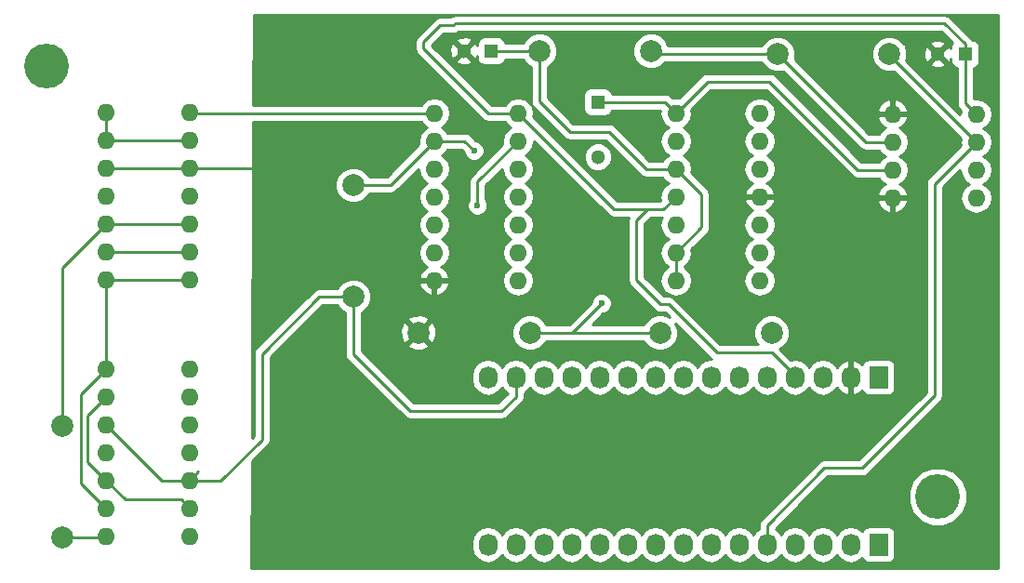
<source format=gbr>
G04 #@! TF.FileFunction,Copper,L1,Top,Signal*
%FSLAX46Y46*%
G04 Gerber Fmt 4.6, Leading zero omitted, Abs format (unit mm)*
G04 Created by KiCad (PCBNEW 4.0.1-stable) date Monday, December 05, 2016 'AMt' 03:41:50 AM*
%MOMM*%
G01*
G04 APERTURE LIST*
%ADD10C,0.100000*%
%ADD11R,1.300000X1.300000*%
%ADD12C,1.300000*%
%ADD13R,1.727200X2.032000*%
%ADD14O,1.727200X2.032000*%
%ADD15C,1.998980*%
%ADD16O,1.600000X1.600000*%
%ADD17C,4.064000*%
%ADD18C,0.600000*%
%ADD19C,0.250000*%
%ADD20C,0.254000*%
G04 APERTURE END LIST*
D10*
D11*
X96266000Y-81360000D03*
D12*
X96266000Y-86360000D03*
D11*
X86574000Y-76708000D03*
D12*
X84074000Y-76708000D03*
D11*
X129714000Y-77000000D03*
D12*
X127214000Y-77000000D03*
D13*
X121820000Y-121674000D03*
D14*
X119280000Y-121674000D03*
X116740000Y-121674000D03*
X114200000Y-121674000D03*
X111660000Y-121674000D03*
X109120000Y-121674000D03*
X106580000Y-121674000D03*
X104040000Y-121674000D03*
X101500000Y-121674000D03*
X98960000Y-121674000D03*
X96420000Y-121674000D03*
X93880000Y-121674000D03*
X91340000Y-121674000D03*
X88800000Y-121674000D03*
X86260000Y-121674000D03*
D13*
X121820000Y-106434000D03*
D14*
X119280000Y-106434000D03*
X116740000Y-106434000D03*
X114200000Y-106434000D03*
X111660000Y-106434000D03*
X109120000Y-106434000D03*
X106580000Y-106434000D03*
X104040000Y-106434000D03*
X101500000Y-106434000D03*
X98960000Y-106434000D03*
X96420000Y-106434000D03*
X93880000Y-106434000D03*
X91340000Y-106434000D03*
X88800000Y-106434000D03*
X86260000Y-106434000D03*
D15*
X47498000Y-110824000D03*
X47498000Y-120984000D03*
X74000000Y-99080000D03*
X74000000Y-88920000D03*
X112080000Y-102362000D03*
X101920000Y-102362000D03*
X90080000Y-102362000D03*
X79920000Y-102362000D03*
X101092000Y-76708000D03*
X90932000Y-76708000D03*
X122794000Y-77000000D03*
X112634000Y-77000000D03*
D16*
X51500000Y-105684000D03*
X51500000Y-108224000D03*
X51500000Y-110764000D03*
X51500000Y-113304000D03*
X51500000Y-115844000D03*
X51500000Y-118384000D03*
X51500000Y-120924000D03*
X59120000Y-120924000D03*
X59120000Y-118384000D03*
X59120000Y-115844000D03*
X59120000Y-113304000D03*
X59120000Y-110764000D03*
X59120000Y-108224000D03*
X59120000Y-105684000D03*
X51480000Y-82300000D03*
X51480000Y-84840000D03*
X51480000Y-87380000D03*
X51480000Y-89920000D03*
X51480000Y-92460000D03*
X51480000Y-95000000D03*
X51480000Y-97540000D03*
X59100000Y-97540000D03*
X59100000Y-95000000D03*
X59100000Y-92460000D03*
X59100000Y-89920000D03*
X59100000Y-87380000D03*
X59100000Y-84840000D03*
X59100000Y-82300000D03*
X81380000Y-82380000D03*
X81380000Y-84920000D03*
X81380000Y-87460000D03*
X81380000Y-90000000D03*
X81380000Y-92540000D03*
X81380000Y-95080000D03*
X81380000Y-97620000D03*
X89000000Y-97620000D03*
X89000000Y-95080000D03*
X89000000Y-92540000D03*
X89000000Y-90000000D03*
X89000000Y-87460000D03*
X89000000Y-84920000D03*
X89000000Y-82380000D03*
X103380000Y-82380000D03*
X103380000Y-84920000D03*
X103380000Y-87460000D03*
X103380000Y-90000000D03*
X103380000Y-92540000D03*
X103380000Y-95080000D03*
X103380000Y-97620000D03*
X111000000Y-97620000D03*
X111000000Y-95080000D03*
X111000000Y-92540000D03*
X111000000Y-90000000D03*
X111000000Y-87460000D03*
X111000000Y-84920000D03*
X111000000Y-82380000D03*
X123094000Y-82460000D03*
X123094000Y-85000000D03*
X123094000Y-87540000D03*
X123094000Y-90080000D03*
X130714000Y-90080000D03*
X130714000Y-87540000D03*
X130714000Y-85000000D03*
X130714000Y-82460000D03*
D17*
X46100000Y-78100000D03*
X127200000Y-117300000D03*
D18*
X85000000Y-85800000D03*
X85300000Y-90800000D03*
X96600000Y-99700000D03*
D19*
X111900000Y-79500000D02*
X106260000Y-79500000D01*
X106260000Y-79500000D02*
X103380000Y-82380000D01*
X119940000Y-87540000D02*
X111900000Y-79500000D01*
X123094000Y-87540000D02*
X119940000Y-87540000D01*
X96266000Y-81360000D02*
X102360000Y-81360000D01*
X102360000Y-81360000D02*
X103380000Y-82380000D01*
X81380000Y-84920000D02*
X84120000Y-84920000D01*
X84120000Y-84920000D02*
X85000000Y-85800000D01*
X74000000Y-88920000D02*
X77380000Y-88920000D01*
X77380000Y-88920000D02*
X81380000Y-84920000D01*
X74000000Y-99080000D02*
X74000000Y-104300000D01*
X74000000Y-104300000D02*
X79200000Y-109500000D01*
X79200000Y-109500000D02*
X87500000Y-109500000D01*
X87500000Y-109500000D02*
X88800000Y-108200000D01*
X88800000Y-108200000D02*
X88800000Y-106434000D01*
X88900000Y-107086400D02*
X88900000Y-106934000D01*
X65700000Y-112100000D02*
X61956000Y-115844000D01*
X61956000Y-115844000D02*
X59120000Y-115844000D01*
X65700000Y-104300000D02*
X65700000Y-112100000D01*
X70920000Y-99080000D02*
X65700000Y-104300000D01*
X74000000Y-99080000D02*
X70920000Y-99080000D01*
X59919999Y-115044001D02*
X59120000Y-115844000D01*
X88900000Y-106781600D02*
X88900000Y-106934000D01*
X59120000Y-115844000D02*
X56580000Y-115844000D01*
X56580000Y-115844000D02*
X51500000Y-110764000D01*
X59100000Y-87380000D02*
X51480000Y-87380000D01*
X59100000Y-87380000D02*
X64920000Y-87380000D01*
X47498000Y-120984000D02*
X51440000Y-120984000D01*
X51440000Y-120984000D02*
X51500000Y-120924000D01*
X123094000Y-82460000D02*
X123094000Y-81328630D01*
X111080000Y-90080000D02*
X111000000Y-90000000D01*
X105700000Y-92760000D02*
X105700000Y-89780000D01*
X105700000Y-89780000D02*
X103380000Y-87460000D01*
X103380000Y-95080000D02*
X105700000Y-92760000D01*
X103380000Y-97620000D02*
X103380000Y-95080000D01*
X90932000Y-81280000D02*
X90932000Y-76708000D01*
X93726000Y-84074000D02*
X90932000Y-81280000D01*
X97282000Y-84074000D02*
X93726000Y-84074000D01*
X100668000Y-87460000D02*
X97282000Y-84074000D01*
X103380000Y-87460000D02*
X100668000Y-87460000D01*
X90932000Y-76708000D02*
X89518508Y-76708000D01*
X89518508Y-76708000D02*
X86574000Y-76708000D01*
X99800000Y-97600000D02*
X99800000Y-92125001D01*
X102000000Y-99800000D02*
X99800000Y-97600000D01*
X102700000Y-99800000D02*
X102000000Y-99800000D01*
X107100000Y-104200000D02*
X102700000Y-99800000D01*
X112118400Y-104200000D02*
X107100000Y-104200000D01*
X114200000Y-106434000D02*
X114200000Y-106281600D01*
X114200000Y-106281600D02*
X112118400Y-104200000D01*
X80400000Y-76500000D02*
X86280000Y-82380000D01*
X86280000Y-82380000D02*
X89000000Y-82380000D01*
X80400000Y-75900000D02*
X80400000Y-76500000D01*
X81898999Y-74401001D02*
X80400000Y-75900000D01*
X83300000Y-74200000D02*
X83098999Y-74401001D01*
X83098999Y-74401001D02*
X81898999Y-74401001D01*
X127814000Y-74200000D02*
X83300000Y-74200000D01*
X129714000Y-77000000D02*
X129714000Y-76100000D01*
X129714000Y-76100000D02*
X127814000Y-74200000D01*
X97745001Y-91125001D02*
X100800000Y-91125001D01*
X100800000Y-91125001D02*
X102254999Y-91125001D01*
X99800000Y-92125001D02*
X100800000Y-91125001D01*
X89000000Y-82380000D02*
X97745001Y-91125001D01*
X114300000Y-106781600D02*
X114300000Y-106934000D01*
X103380000Y-90000000D02*
X102254999Y-91125001D01*
X129714000Y-77000000D02*
X129714000Y-81460000D01*
X129714000Y-81460000D02*
X130714000Y-82460000D01*
X114300000Y-106781600D02*
X114046000Y-106527600D01*
X116900000Y-114700000D02*
X111660000Y-119940000D01*
X111660000Y-119940000D02*
X111660000Y-121674000D01*
X126900000Y-108100000D02*
X126900000Y-88814000D01*
X126900000Y-88814000D02*
X130714000Y-85000000D01*
X120300000Y-114700000D02*
X126900000Y-108100000D01*
X116900000Y-114700000D02*
X120300000Y-114700000D01*
X111760000Y-122021600D02*
X111900000Y-121881600D01*
X130714000Y-85000000D02*
X122794000Y-77080000D01*
X122794000Y-77080000D02*
X122794000Y-77000000D01*
X111760000Y-122174000D02*
X111760000Y-122021600D01*
X89000000Y-84920000D02*
X85300000Y-88620000D01*
X85300000Y-88620000D02*
X85300000Y-90800000D01*
X47498000Y-110824000D02*
X47498000Y-96442000D01*
X47498000Y-96442000D02*
X51480000Y-92460000D01*
X51480000Y-92460000D02*
X59100000Y-92460000D01*
X90080000Y-102362000D02*
X93938000Y-102362000D01*
X93938000Y-102362000D02*
X96600000Y-99700000D01*
X90080000Y-102362000D02*
X101920000Y-102362000D01*
X112634000Y-77000000D02*
X101384000Y-77000000D01*
X101384000Y-77000000D02*
X101092000Y-76708000D01*
X123094000Y-85000000D02*
X120634000Y-85000000D01*
X120634000Y-85000000D02*
X112634000Y-77000000D01*
X112522000Y-76888000D02*
X112634000Y-77000000D01*
X49200000Y-116084000D02*
X49200000Y-107984000D01*
X49200000Y-107984000D02*
X51500000Y-105684000D01*
X51500000Y-118384000D02*
X49200000Y-116084000D01*
X51500000Y-105684000D02*
X51500000Y-97560000D01*
X51500000Y-97560000D02*
X51480000Y-97540000D01*
X51480000Y-97540000D02*
X59100000Y-97540000D01*
X49824000Y-109900000D02*
X49824000Y-114168000D01*
X49824000Y-114168000D02*
X51500000Y-115844000D01*
X51500000Y-108224000D02*
X49824000Y-109900000D01*
X59120000Y-118384000D02*
X58320001Y-117584001D01*
X53240001Y-117584001D02*
X51500000Y-115844000D01*
X58320001Y-117584001D02*
X53240001Y-117584001D01*
X51480000Y-82300000D02*
X51480000Y-83431370D01*
X51480000Y-83431370D02*
X51480000Y-84840000D01*
X51480000Y-84840000D02*
X59100000Y-84840000D01*
X59100000Y-95000000D02*
X57968630Y-95000000D01*
X57968630Y-95000000D02*
X51480000Y-95000000D01*
X81380000Y-82380000D02*
X59180000Y-82380000D01*
X59180000Y-82380000D02*
X59100000Y-82300000D01*
D20*
G36*
X132673100Y-123773000D02*
X64729770Y-123773000D01*
X64766589Y-114108213D01*
X66237401Y-112637401D01*
X66402148Y-112390839D01*
X66460000Y-112100000D01*
X66460000Y-104614802D01*
X71234802Y-99840000D01*
X72545504Y-99840000D01*
X72613538Y-100004655D01*
X73072927Y-100464846D01*
X73240000Y-100534221D01*
X73240000Y-104300000D01*
X73297852Y-104590839D01*
X73462599Y-104837401D01*
X78662599Y-110037401D01*
X78909161Y-110202148D01*
X79200000Y-110260000D01*
X87500000Y-110260000D01*
X87790839Y-110202148D01*
X88037401Y-110037401D01*
X89337401Y-108737401D01*
X89502148Y-108490839D01*
X89560000Y-108200000D01*
X89560000Y-107878648D01*
X89859670Y-107678415D01*
X90070000Y-107363634D01*
X90280330Y-107678415D01*
X90766511Y-108003271D01*
X91340000Y-108117345D01*
X91913489Y-108003271D01*
X92399670Y-107678415D01*
X92610000Y-107363634D01*
X92820330Y-107678415D01*
X93306511Y-108003271D01*
X93880000Y-108117345D01*
X94453489Y-108003271D01*
X94939670Y-107678415D01*
X95150000Y-107363634D01*
X95360330Y-107678415D01*
X95846511Y-108003271D01*
X96420000Y-108117345D01*
X96993489Y-108003271D01*
X97479670Y-107678415D01*
X97690000Y-107363634D01*
X97900330Y-107678415D01*
X98386511Y-108003271D01*
X98960000Y-108117345D01*
X99533489Y-108003271D01*
X100019670Y-107678415D01*
X100230000Y-107363634D01*
X100440330Y-107678415D01*
X100926511Y-108003271D01*
X101500000Y-108117345D01*
X102073489Y-108003271D01*
X102559670Y-107678415D01*
X102770000Y-107363634D01*
X102980330Y-107678415D01*
X103466511Y-108003271D01*
X104040000Y-108117345D01*
X104613489Y-108003271D01*
X105099670Y-107678415D01*
X105310000Y-107363634D01*
X105520330Y-107678415D01*
X106006511Y-108003271D01*
X106580000Y-108117345D01*
X107153489Y-108003271D01*
X107639670Y-107678415D01*
X107850000Y-107363634D01*
X108060330Y-107678415D01*
X108546511Y-108003271D01*
X109120000Y-108117345D01*
X109693489Y-108003271D01*
X110179670Y-107678415D01*
X110390000Y-107363634D01*
X110600330Y-107678415D01*
X111086511Y-108003271D01*
X111660000Y-108117345D01*
X112233489Y-108003271D01*
X112719670Y-107678415D01*
X112930000Y-107363634D01*
X113140330Y-107678415D01*
X113626511Y-108003271D01*
X114200000Y-108117345D01*
X114773489Y-108003271D01*
X115259670Y-107678415D01*
X115470000Y-107363634D01*
X115680330Y-107678415D01*
X116166511Y-108003271D01*
X116740000Y-108117345D01*
X117313489Y-108003271D01*
X117799670Y-107678415D01*
X118006461Y-107368931D01*
X118377964Y-107784732D01*
X118905209Y-108038709D01*
X118920974Y-108041358D01*
X119153000Y-107920217D01*
X119153000Y-106561000D01*
X119133000Y-106561000D01*
X119133000Y-106307000D01*
X119153000Y-106307000D01*
X119153000Y-104947783D01*
X119407000Y-104947783D01*
X119407000Y-106307000D01*
X119427000Y-106307000D01*
X119427000Y-106561000D01*
X119407000Y-106561000D01*
X119407000Y-107920217D01*
X119639026Y-108041358D01*
X119654791Y-108038709D01*
X120182036Y-107784732D01*
X120338907Y-107609155D01*
X120353238Y-107685317D01*
X120492310Y-107901441D01*
X120704510Y-108046431D01*
X120956400Y-108097440D01*
X122683600Y-108097440D01*
X122918917Y-108053162D01*
X123135041Y-107914090D01*
X123280031Y-107701890D01*
X123331040Y-107450000D01*
X123331040Y-105418000D01*
X123286762Y-105182683D01*
X123147690Y-104966559D01*
X122935490Y-104821569D01*
X122683600Y-104770560D01*
X120956400Y-104770560D01*
X120721083Y-104814838D01*
X120504959Y-104953910D01*
X120359969Y-105166110D01*
X120340768Y-105260927D01*
X120182036Y-105083268D01*
X119654791Y-104829291D01*
X119639026Y-104826642D01*
X119407000Y-104947783D01*
X119153000Y-104947783D01*
X118920974Y-104826642D01*
X118905209Y-104829291D01*
X118377964Y-105083268D01*
X118006461Y-105499069D01*
X117799670Y-105189585D01*
X117313489Y-104864729D01*
X116740000Y-104750655D01*
X116166511Y-104864729D01*
X115680330Y-105189585D01*
X115470000Y-105504366D01*
X115259670Y-105189585D01*
X114773489Y-104864729D01*
X114200000Y-104750655D01*
X113819536Y-104826334D01*
X112818558Y-103825356D01*
X113004655Y-103748462D01*
X113464846Y-103289073D01*
X113714206Y-102688547D01*
X113714774Y-102038306D01*
X113466462Y-101437345D01*
X113007073Y-100977154D01*
X112406547Y-100727794D01*
X111756306Y-100727226D01*
X111155345Y-100975538D01*
X110695154Y-101434927D01*
X110445794Y-102035453D01*
X110445226Y-102685694D01*
X110693538Y-103286655D01*
X110846616Y-103440000D01*
X107414802Y-103440000D01*
X103237401Y-99262599D01*
X102990839Y-99097852D01*
X102700000Y-99040000D01*
X102314802Y-99040000D01*
X100560000Y-97285198D01*
X100560000Y-92439803D01*
X101114802Y-91885001D01*
X102096845Y-91885001D01*
X102026120Y-91990849D01*
X101916887Y-92540000D01*
X102026120Y-93089151D01*
X102337189Y-93554698D01*
X102719275Y-93810000D01*
X102337189Y-94065302D01*
X102026120Y-94530849D01*
X101916887Y-95080000D01*
X102026120Y-95629151D01*
X102337189Y-96094698D01*
X102620000Y-96283667D01*
X102620000Y-96416333D01*
X102337189Y-96605302D01*
X102026120Y-97070849D01*
X101916887Y-97620000D01*
X102026120Y-98169151D01*
X102337189Y-98634698D01*
X102802736Y-98945767D01*
X103351887Y-99055000D01*
X103408113Y-99055000D01*
X103957264Y-98945767D01*
X104422811Y-98634698D01*
X104733880Y-98169151D01*
X104843113Y-97620000D01*
X104733880Y-97070849D01*
X104422811Y-96605302D01*
X104140000Y-96416333D01*
X104140000Y-96283667D01*
X104422811Y-96094698D01*
X104733880Y-95629151D01*
X104843113Y-95080000D01*
X104778688Y-94756114D01*
X106237401Y-93297401D01*
X106402148Y-93050840D01*
X106412778Y-92997401D01*
X106460000Y-92760000D01*
X106460000Y-92540000D01*
X109536887Y-92540000D01*
X109646120Y-93089151D01*
X109957189Y-93554698D01*
X110339275Y-93810000D01*
X109957189Y-94065302D01*
X109646120Y-94530849D01*
X109536887Y-95080000D01*
X109646120Y-95629151D01*
X109957189Y-96094698D01*
X110339275Y-96350000D01*
X109957189Y-96605302D01*
X109646120Y-97070849D01*
X109536887Y-97620000D01*
X109646120Y-98169151D01*
X109957189Y-98634698D01*
X110422736Y-98945767D01*
X110971887Y-99055000D01*
X111028113Y-99055000D01*
X111577264Y-98945767D01*
X112042811Y-98634698D01*
X112353880Y-98169151D01*
X112463113Y-97620000D01*
X112353880Y-97070849D01*
X112042811Y-96605302D01*
X111660725Y-96350000D01*
X112042811Y-96094698D01*
X112353880Y-95629151D01*
X112463113Y-95080000D01*
X112353880Y-94530849D01*
X112042811Y-94065302D01*
X111660725Y-93810000D01*
X112042811Y-93554698D01*
X112353880Y-93089151D01*
X112463113Y-92540000D01*
X112353880Y-91990849D01*
X112042811Y-91525302D01*
X111638297Y-91255014D01*
X111855134Y-91152389D01*
X112231041Y-90737423D01*
X112358769Y-90429039D01*
X121702096Y-90429039D01*
X121862959Y-90817423D01*
X122238866Y-91232389D01*
X122744959Y-91471914D01*
X122967000Y-91350629D01*
X122967000Y-90207000D01*
X123221000Y-90207000D01*
X123221000Y-91350629D01*
X123443041Y-91471914D01*
X123949134Y-91232389D01*
X124325041Y-90817423D01*
X124485904Y-90429039D01*
X124363915Y-90207000D01*
X123221000Y-90207000D01*
X122967000Y-90207000D01*
X121824085Y-90207000D01*
X121702096Y-90429039D01*
X112358769Y-90429039D01*
X112391904Y-90349039D01*
X112269915Y-90127000D01*
X111127000Y-90127000D01*
X111127000Y-90147000D01*
X110873000Y-90147000D01*
X110873000Y-90127000D01*
X109730085Y-90127000D01*
X109608096Y-90349039D01*
X109768959Y-90737423D01*
X110144866Y-91152389D01*
X110361703Y-91255014D01*
X109957189Y-91525302D01*
X109646120Y-91990849D01*
X109536887Y-92540000D01*
X106460000Y-92540000D01*
X106460000Y-89780000D01*
X106402148Y-89489161D01*
X106402148Y-89489160D01*
X106237401Y-89242599D01*
X104778688Y-87783886D01*
X104843113Y-87460000D01*
X104733880Y-86910849D01*
X104422811Y-86445302D01*
X104040725Y-86190000D01*
X104422811Y-85934698D01*
X104733880Y-85469151D01*
X104843113Y-84920000D01*
X104733880Y-84370849D01*
X104422811Y-83905302D01*
X104040725Y-83650000D01*
X104422811Y-83394698D01*
X104733880Y-82929151D01*
X104843113Y-82380000D01*
X109536887Y-82380000D01*
X109646120Y-82929151D01*
X109957189Y-83394698D01*
X110339275Y-83650000D01*
X109957189Y-83905302D01*
X109646120Y-84370849D01*
X109536887Y-84920000D01*
X109646120Y-85469151D01*
X109957189Y-85934698D01*
X110339275Y-86190000D01*
X109957189Y-86445302D01*
X109646120Y-86910849D01*
X109536887Y-87460000D01*
X109646120Y-88009151D01*
X109957189Y-88474698D01*
X110361703Y-88744986D01*
X110144866Y-88847611D01*
X109768959Y-89262577D01*
X109608096Y-89650961D01*
X109730085Y-89873000D01*
X110873000Y-89873000D01*
X110873000Y-89853000D01*
X111127000Y-89853000D01*
X111127000Y-89873000D01*
X112269915Y-89873000D01*
X112391904Y-89650961D01*
X112231041Y-89262577D01*
X111855134Y-88847611D01*
X111638297Y-88744986D01*
X112042811Y-88474698D01*
X112353880Y-88009151D01*
X112463113Y-87460000D01*
X112353880Y-86910849D01*
X112042811Y-86445302D01*
X111660725Y-86190000D01*
X112042811Y-85934698D01*
X112353880Y-85469151D01*
X112463113Y-84920000D01*
X112353880Y-84370849D01*
X112042811Y-83905302D01*
X111660725Y-83650000D01*
X112042811Y-83394698D01*
X112353880Y-82929151D01*
X112463113Y-82380000D01*
X112353880Y-81830849D01*
X112042811Y-81365302D01*
X111577264Y-81054233D01*
X111028113Y-80945000D01*
X110971887Y-80945000D01*
X110422736Y-81054233D01*
X109957189Y-81365302D01*
X109646120Y-81830849D01*
X109536887Y-82380000D01*
X104843113Y-82380000D01*
X104778688Y-82056114D01*
X106574802Y-80260000D01*
X111585198Y-80260000D01*
X119402599Y-88077401D01*
X119649161Y-88242148D01*
X119940000Y-88300000D01*
X121881005Y-88300000D01*
X122051189Y-88554698D01*
X122455703Y-88824986D01*
X122238866Y-88927611D01*
X121862959Y-89342577D01*
X121702096Y-89730961D01*
X121824085Y-89953000D01*
X122967000Y-89953000D01*
X122967000Y-89933000D01*
X123221000Y-89933000D01*
X123221000Y-89953000D01*
X124363915Y-89953000D01*
X124485904Y-89730961D01*
X124325041Y-89342577D01*
X123949134Y-88927611D01*
X123732297Y-88824986D01*
X124136811Y-88554698D01*
X124447880Y-88089151D01*
X124557113Y-87540000D01*
X124447880Y-86990849D01*
X124136811Y-86525302D01*
X123754725Y-86270000D01*
X124136811Y-86014698D01*
X124447880Y-85549151D01*
X124557113Y-85000000D01*
X124447880Y-84450849D01*
X124136811Y-83985302D01*
X123732297Y-83715014D01*
X123949134Y-83612389D01*
X124325041Y-83197423D01*
X124485904Y-82809039D01*
X124363915Y-82587000D01*
X123221000Y-82587000D01*
X123221000Y-82607000D01*
X122967000Y-82607000D01*
X122967000Y-82587000D01*
X121824085Y-82587000D01*
X121702096Y-82809039D01*
X121862959Y-83197423D01*
X122238866Y-83612389D01*
X122455703Y-83715014D01*
X122051189Y-83985302D01*
X121881005Y-84240000D01*
X120948803Y-84240000D01*
X118819764Y-82110961D01*
X121702096Y-82110961D01*
X121824085Y-82333000D01*
X122967000Y-82333000D01*
X122967000Y-81189371D01*
X123221000Y-81189371D01*
X123221000Y-82333000D01*
X124363915Y-82333000D01*
X124485904Y-82110961D01*
X124325041Y-81722577D01*
X123949134Y-81307611D01*
X123443041Y-81068086D01*
X123221000Y-81189371D01*
X122967000Y-81189371D01*
X122744959Y-81068086D01*
X122238866Y-81307611D01*
X121862959Y-81722577D01*
X121702096Y-82110961D01*
X118819764Y-82110961D01*
X114199885Y-77491083D01*
X114268206Y-77326547D01*
X114268774Y-76676306D01*
X114020462Y-76075345D01*
X113561073Y-75615154D01*
X112960547Y-75365794D01*
X112310306Y-75365226D01*
X111709345Y-75613538D01*
X111249154Y-76072927D01*
X111179779Y-76240000D01*
X102667148Y-76240000D01*
X102478462Y-75783345D01*
X102019073Y-75323154D01*
X101418547Y-75073794D01*
X100768306Y-75073226D01*
X100167345Y-75321538D01*
X99707154Y-75780927D01*
X99457794Y-76381453D01*
X99457226Y-77031694D01*
X99705538Y-77632655D01*
X100164927Y-78092846D01*
X100765453Y-78342206D01*
X101415694Y-78342774D01*
X102016655Y-78094462D01*
X102351701Y-77760000D01*
X111179504Y-77760000D01*
X111247538Y-77924655D01*
X111706927Y-78384846D01*
X112307453Y-78634206D01*
X112957694Y-78634774D01*
X113124889Y-78565691D01*
X120096598Y-85537401D01*
X120223432Y-85622148D01*
X120343161Y-85702148D01*
X120634000Y-85760000D01*
X121881005Y-85760000D01*
X122051189Y-86014698D01*
X122433275Y-86270000D01*
X122051189Y-86525302D01*
X121881005Y-86780000D01*
X120254802Y-86780000D01*
X112437401Y-78962599D01*
X112190839Y-78797852D01*
X111900000Y-78740000D01*
X106260000Y-78740000D01*
X105969161Y-78797852D01*
X105722599Y-78962599D01*
X103685102Y-81000096D01*
X103408113Y-80945000D01*
X103351887Y-80945000D01*
X103074898Y-81000096D01*
X102897401Y-80822599D01*
X102650839Y-80657852D01*
X102360000Y-80600000D01*
X97542742Y-80600000D01*
X97519162Y-80474683D01*
X97380090Y-80258559D01*
X97167890Y-80113569D01*
X96916000Y-80062560D01*
X95616000Y-80062560D01*
X95380683Y-80106838D01*
X95164559Y-80245910D01*
X95019569Y-80458110D01*
X94968560Y-80710000D01*
X94968560Y-82010000D01*
X95012838Y-82245317D01*
X95151910Y-82461441D01*
X95364110Y-82606431D01*
X95616000Y-82657440D01*
X96916000Y-82657440D01*
X97151317Y-82613162D01*
X97367441Y-82474090D01*
X97512431Y-82261890D01*
X97541164Y-82120000D01*
X101968604Y-82120000D01*
X101916887Y-82380000D01*
X102026120Y-82929151D01*
X102337189Y-83394698D01*
X102719275Y-83650000D01*
X102337189Y-83905302D01*
X102026120Y-84370849D01*
X101916887Y-84920000D01*
X102026120Y-85469151D01*
X102337189Y-85934698D01*
X102719275Y-86190000D01*
X102337189Y-86445302D01*
X102167005Y-86700000D01*
X100982802Y-86700000D01*
X97819401Y-83536599D01*
X97572839Y-83371852D01*
X97282000Y-83314000D01*
X94040802Y-83314000D01*
X91692000Y-80965198D01*
X91692000Y-78162496D01*
X91856655Y-78094462D01*
X92316846Y-77635073D01*
X92566206Y-77034547D01*
X92566774Y-76384306D01*
X92318462Y-75783345D01*
X91859073Y-75323154D01*
X91258547Y-75073794D01*
X90608306Y-75073226D01*
X90007345Y-75321538D01*
X89547154Y-75780927D01*
X89477779Y-75948000D01*
X87850742Y-75948000D01*
X87827162Y-75822683D01*
X87688090Y-75606559D01*
X87475890Y-75461569D01*
X87224000Y-75410560D01*
X85924000Y-75410560D01*
X85688683Y-75454838D01*
X85472559Y-75593910D01*
X85327569Y-75806110D01*
X85276560Y-76058000D01*
X85276560Y-76220385D01*
X85203611Y-76044271D01*
X84973016Y-75988590D01*
X84253605Y-76708000D01*
X84973016Y-77427410D01*
X85203611Y-77371729D01*
X85276560Y-77162098D01*
X85276560Y-77358000D01*
X85320838Y-77593317D01*
X85459910Y-77809441D01*
X85672110Y-77954431D01*
X85924000Y-78005440D01*
X87224000Y-78005440D01*
X87459317Y-77961162D01*
X87675441Y-77822090D01*
X87820431Y-77609890D01*
X87849164Y-77468000D01*
X89477504Y-77468000D01*
X89545538Y-77632655D01*
X90004927Y-78092846D01*
X90172000Y-78162221D01*
X90172000Y-81280000D01*
X90229852Y-81570839D01*
X90394599Y-81817401D01*
X93188599Y-84611401D01*
X93435161Y-84776148D01*
X93726000Y-84834000D01*
X96967198Y-84834000D01*
X100130599Y-87997401D01*
X100377161Y-88162148D01*
X100668000Y-88220000D01*
X102167005Y-88220000D01*
X102337189Y-88474698D01*
X102719275Y-88730000D01*
X102337189Y-88985302D01*
X102026120Y-89450849D01*
X101916887Y-90000000D01*
X101981312Y-90323886D01*
X101940197Y-90365001D01*
X98059803Y-90365001D01*
X94309283Y-86614481D01*
X94980777Y-86614481D01*
X95175995Y-87086943D01*
X95537155Y-87448735D01*
X96009276Y-87644777D01*
X96520481Y-87645223D01*
X96992943Y-87450005D01*
X97354735Y-87088845D01*
X97550777Y-86616724D01*
X97551223Y-86105519D01*
X97356005Y-85633057D01*
X96994845Y-85271265D01*
X96522724Y-85075223D01*
X96011519Y-85074777D01*
X95539057Y-85269995D01*
X95177265Y-85631155D01*
X94981223Y-86103276D01*
X94980777Y-86614481D01*
X94309283Y-86614481D01*
X90398688Y-82703886D01*
X90463113Y-82380000D01*
X90353880Y-81830849D01*
X90042811Y-81365302D01*
X89577264Y-81054233D01*
X89028113Y-80945000D01*
X88971887Y-80945000D01*
X88422736Y-81054233D01*
X87957189Y-81365302D01*
X87787005Y-81620000D01*
X86594802Y-81620000D01*
X82581818Y-77607016D01*
X83354590Y-77607016D01*
X83410271Y-77837611D01*
X83893078Y-78005622D01*
X84403428Y-77976083D01*
X84737729Y-77837611D01*
X84793410Y-77607016D01*
X84074000Y-76887605D01*
X83354590Y-77607016D01*
X82581818Y-77607016D01*
X81501880Y-76527078D01*
X82776378Y-76527078D01*
X82805917Y-77037428D01*
X82944389Y-77371729D01*
X83174984Y-77427410D01*
X83894395Y-76708000D01*
X83174984Y-75988590D01*
X82944389Y-76044271D01*
X82776378Y-76527078D01*
X81501880Y-76527078D01*
X81174802Y-76200000D01*
X81565818Y-75808984D01*
X83354590Y-75808984D01*
X84074000Y-76528395D01*
X84793410Y-75808984D01*
X84737729Y-75578389D01*
X84254922Y-75410378D01*
X83744572Y-75439917D01*
X83410271Y-75578389D01*
X83354590Y-75808984D01*
X81565818Y-75808984D01*
X82213801Y-75161001D01*
X83098999Y-75161001D01*
X83389838Y-75103149D01*
X83604076Y-74960000D01*
X127499198Y-74960000D01*
X128536469Y-75997271D01*
X128467569Y-76098110D01*
X128416560Y-76350000D01*
X128416560Y-76512385D01*
X128343611Y-76336271D01*
X128113016Y-76280590D01*
X127393605Y-77000000D01*
X128113016Y-77719410D01*
X128343611Y-77663729D01*
X128416560Y-77454098D01*
X128416560Y-77650000D01*
X128460838Y-77885317D01*
X128599910Y-78101441D01*
X128812110Y-78246431D01*
X128954000Y-78275164D01*
X128954000Y-81460000D01*
X129011852Y-81750839D01*
X129176599Y-81997401D01*
X129315312Y-82136114D01*
X129250887Y-82460000D01*
X129251405Y-82462603D01*
X124687818Y-77899016D01*
X126494590Y-77899016D01*
X126550271Y-78129611D01*
X127033078Y-78297622D01*
X127543428Y-78268083D01*
X127877729Y-78129611D01*
X127933410Y-77899016D01*
X127214000Y-77179605D01*
X126494590Y-77899016D01*
X124687818Y-77899016D01*
X124336412Y-77547610D01*
X124428206Y-77326547D01*
X124428649Y-76819078D01*
X125916378Y-76819078D01*
X125945917Y-77329428D01*
X126084389Y-77663729D01*
X126314984Y-77719410D01*
X127034395Y-77000000D01*
X126314984Y-76280590D01*
X126084389Y-76336271D01*
X125916378Y-76819078D01*
X124428649Y-76819078D01*
X124428774Y-76676306D01*
X124191056Y-76100984D01*
X126494590Y-76100984D01*
X127214000Y-76820395D01*
X127933410Y-76100984D01*
X127877729Y-75870389D01*
X127394922Y-75702378D01*
X126884572Y-75731917D01*
X126550271Y-75870389D01*
X126494590Y-76100984D01*
X124191056Y-76100984D01*
X124180462Y-76075345D01*
X123721073Y-75615154D01*
X123120547Y-75365794D01*
X122470306Y-75365226D01*
X121869345Y-75613538D01*
X121409154Y-76072927D01*
X121159794Y-76673453D01*
X121159226Y-77323694D01*
X121407538Y-77924655D01*
X121866927Y-78384846D01*
X122467453Y-78634206D01*
X123117694Y-78634774D01*
X123228279Y-78589081D01*
X129315312Y-84676114D01*
X129250887Y-85000000D01*
X129315312Y-85323886D01*
X126362599Y-88276599D01*
X126197852Y-88523161D01*
X126140000Y-88814000D01*
X126140000Y-107785198D01*
X119985198Y-113940000D01*
X116900000Y-113940000D01*
X116609161Y-113997852D01*
X116362599Y-114162599D01*
X111122599Y-119402599D01*
X110957852Y-119649161D01*
X110900000Y-119940000D01*
X110900000Y-120229352D01*
X110600330Y-120429585D01*
X110390000Y-120744366D01*
X110179670Y-120429585D01*
X109693489Y-120104729D01*
X109120000Y-119990655D01*
X108546511Y-120104729D01*
X108060330Y-120429585D01*
X107850000Y-120744366D01*
X107639670Y-120429585D01*
X107153489Y-120104729D01*
X106580000Y-119990655D01*
X106006511Y-120104729D01*
X105520330Y-120429585D01*
X105310000Y-120744366D01*
X105099670Y-120429585D01*
X104613489Y-120104729D01*
X104040000Y-119990655D01*
X103466511Y-120104729D01*
X102980330Y-120429585D01*
X102770000Y-120744366D01*
X102559670Y-120429585D01*
X102073489Y-120104729D01*
X101500000Y-119990655D01*
X100926511Y-120104729D01*
X100440330Y-120429585D01*
X100230000Y-120744366D01*
X100019670Y-120429585D01*
X99533489Y-120104729D01*
X98960000Y-119990655D01*
X98386511Y-120104729D01*
X97900330Y-120429585D01*
X97690000Y-120744366D01*
X97479670Y-120429585D01*
X96993489Y-120104729D01*
X96420000Y-119990655D01*
X95846511Y-120104729D01*
X95360330Y-120429585D01*
X95150000Y-120744366D01*
X94939670Y-120429585D01*
X94453489Y-120104729D01*
X93880000Y-119990655D01*
X93306511Y-120104729D01*
X92820330Y-120429585D01*
X92610000Y-120744366D01*
X92399670Y-120429585D01*
X91913489Y-120104729D01*
X91340000Y-119990655D01*
X90766511Y-120104729D01*
X90280330Y-120429585D01*
X90070000Y-120744366D01*
X89859670Y-120429585D01*
X89373489Y-120104729D01*
X88800000Y-119990655D01*
X88226511Y-120104729D01*
X87740330Y-120429585D01*
X87530000Y-120744366D01*
X87319670Y-120429585D01*
X86833489Y-120104729D01*
X86260000Y-119990655D01*
X85686511Y-120104729D01*
X85200330Y-120429585D01*
X84875474Y-120915766D01*
X84761400Y-121489255D01*
X84761400Y-121858745D01*
X84875474Y-122432234D01*
X85200330Y-122918415D01*
X85686511Y-123243271D01*
X86260000Y-123357345D01*
X86833489Y-123243271D01*
X87319670Y-122918415D01*
X87530000Y-122603634D01*
X87740330Y-122918415D01*
X88226511Y-123243271D01*
X88800000Y-123357345D01*
X89373489Y-123243271D01*
X89859670Y-122918415D01*
X90070000Y-122603634D01*
X90280330Y-122918415D01*
X90766511Y-123243271D01*
X91340000Y-123357345D01*
X91913489Y-123243271D01*
X92399670Y-122918415D01*
X92610000Y-122603634D01*
X92820330Y-122918415D01*
X93306511Y-123243271D01*
X93880000Y-123357345D01*
X94453489Y-123243271D01*
X94939670Y-122918415D01*
X95150000Y-122603634D01*
X95360330Y-122918415D01*
X95846511Y-123243271D01*
X96420000Y-123357345D01*
X96993489Y-123243271D01*
X97479670Y-122918415D01*
X97690000Y-122603634D01*
X97900330Y-122918415D01*
X98386511Y-123243271D01*
X98960000Y-123357345D01*
X99533489Y-123243271D01*
X100019670Y-122918415D01*
X100230000Y-122603634D01*
X100440330Y-122918415D01*
X100926511Y-123243271D01*
X101500000Y-123357345D01*
X102073489Y-123243271D01*
X102559670Y-122918415D01*
X102770000Y-122603634D01*
X102980330Y-122918415D01*
X103466511Y-123243271D01*
X104040000Y-123357345D01*
X104613489Y-123243271D01*
X105099670Y-122918415D01*
X105310000Y-122603634D01*
X105520330Y-122918415D01*
X106006511Y-123243271D01*
X106580000Y-123357345D01*
X107153489Y-123243271D01*
X107639670Y-122918415D01*
X107850000Y-122603634D01*
X108060330Y-122918415D01*
X108546511Y-123243271D01*
X109120000Y-123357345D01*
X109693489Y-123243271D01*
X110179670Y-122918415D01*
X110390000Y-122603634D01*
X110600330Y-122918415D01*
X111086511Y-123243271D01*
X111660000Y-123357345D01*
X112233489Y-123243271D01*
X112719670Y-122918415D01*
X112930000Y-122603634D01*
X113140330Y-122918415D01*
X113626511Y-123243271D01*
X114200000Y-123357345D01*
X114773489Y-123243271D01*
X115259670Y-122918415D01*
X115470000Y-122603634D01*
X115680330Y-122918415D01*
X116166511Y-123243271D01*
X116740000Y-123357345D01*
X117313489Y-123243271D01*
X117799670Y-122918415D01*
X118010000Y-122603634D01*
X118220330Y-122918415D01*
X118706511Y-123243271D01*
X119280000Y-123357345D01*
X119853489Y-123243271D01*
X120339670Y-122918415D01*
X120349243Y-122904087D01*
X120353238Y-122925317D01*
X120492310Y-123141441D01*
X120704510Y-123286431D01*
X120956400Y-123337440D01*
X122683600Y-123337440D01*
X122918917Y-123293162D01*
X123135041Y-123154090D01*
X123280031Y-122941890D01*
X123331040Y-122690000D01*
X123331040Y-120658000D01*
X123286762Y-120422683D01*
X123147690Y-120206559D01*
X122935490Y-120061569D01*
X122683600Y-120010560D01*
X120956400Y-120010560D01*
X120721083Y-120054838D01*
X120504959Y-120193910D01*
X120359969Y-120406110D01*
X120351600Y-120447439D01*
X120339670Y-120429585D01*
X119853489Y-120104729D01*
X119280000Y-119990655D01*
X118706511Y-120104729D01*
X118220330Y-120429585D01*
X118010000Y-120744366D01*
X117799670Y-120429585D01*
X117313489Y-120104729D01*
X116740000Y-119990655D01*
X116166511Y-120104729D01*
X115680330Y-120429585D01*
X115470000Y-120744366D01*
X115259670Y-120429585D01*
X114773489Y-120104729D01*
X114200000Y-119990655D01*
X113626511Y-120104729D01*
X113140330Y-120429585D01*
X112930000Y-120744366D01*
X112719670Y-120429585D01*
X112435256Y-120239546D01*
X114846630Y-117828172D01*
X124532538Y-117828172D01*
X124937709Y-118808761D01*
X125687293Y-119559655D01*
X126667173Y-119966536D01*
X127728172Y-119967462D01*
X128708761Y-119562291D01*
X129459655Y-118812707D01*
X129866536Y-117832827D01*
X129867462Y-116771828D01*
X129462291Y-115791239D01*
X128712707Y-115040345D01*
X127732827Y-114633464D01*
X126671828Y-114632538D01*
X125691239Y-115037709D01*
X124940345Y-115787293D01*
X124533464Y-116767173D01*
X124532538Y-117828172D01*
X114846630Y-117828172D01*
X117214802Y-115460000D01*
X120300000Y-115460000D01*
X120590839Y-115402148D01*
X120837401Y-115237401D01*
X127437401Y-108637401D01*
X127602148Y-108390839D01*
X127660000Y-108100000D01*
X127660000Y-89128802D01*
X129251405Y-87537397D01*
X129250887Y-87540000D01*
X129360120Y-88089151D01*
X129671189Y-88554698D01*
X130053275Y-88810000D01*
X129671189Y-89065302D01*
X129360120Y-89530849D01*
X129250887Y-90080000D01*
X129360120Y-90629151D01*
X129671189Y-91094698D01*
X130136736Y-91405767D01*
X130685887Y-91515000D01*
X130742113Y-91515000D01*
X131291264Y-91405767D01*
X131756811Y-91094698D01*
X132067880Y-90629151D01*
X132177113Y-90080000D01*
X132067880Y-89530849D01*
X131756811Y-89065302D01*
X131374725Y-88810000D01*
X131756811Y-88554698D01*
X132067880Y-88089151D01*
X132177113Y-87540000D01*
X132067880Y-86990849D01*
X131756811Y-86525302D01*
X131374725Y-86270000D01*
X131756811Y-86014698D01*
X132067880Y-85549151D01*
X132177113Y-85000000D01*
X132067880Y-84450849D01*
X131756811Y-83985302D01*
X131374725Y-83730000D01*
X131756811Y-83474698D01*
X132067880Y-83009151D01*
X132177113Y-82460000D01*
X132067880Y-81910849D01*
X131756811Y-81445302D01*
X131291264Y-81134233D01*
X130742113Y-81025000D01*
X130685887Y-81025000D01*
X130474000Y-81067147D01*
X130474000Y-78276742D01*
X130599317Y-78253162D01*
X130815441Y-78114090D01*
X130960431Y-77901890D01*
X131011440Y-77650000D01*
X131011440Y-76350000D01*
X130967162Y-76114683D01*
X130828090Y-75898559D01*
X130615890Y-75753569D01*
X130364000Y-75702560D01*
X130344920Y-75702560D01*
X130251401Y-75562599D01*
X128351401Y-73662599D01*
X128104839Y-73497852D01*
X127814000Y-73440000D01*
X83300000Y-73440000D01*
X83009160Y-73497852D01*
X82794923Y-73641001D01*
X81898999Y-73641001D01*
X81608160Y-73698853D01*
X81361598Y-73863600D01*
X79862599Y-75362599D01*
X79697852Y-75609161D01*
X79640000Y-75900000D01*
X79640000Y-76500000D01*
X79697852Y-76790839D01*
X79862599Y-77037401D01*
X85742599Y-82917401D01*
X85989161Y-83082148D01*
X86280000Y-83140000D01*
X87787005Y-83140000D01*
X87957189Y-83394698D01*
X88339275Y-83650000D01*
X87957189Y-83905302D01*
X87646120Y-84370849D01*
X87536887Y-84920000D01*
X87601312Y-85243886D01*
X84762599Y-88082599D01*
X84597852Y-88329161D01*
X84540000Y-88620000D01*
X84540000Y-90237537D01*
X84507808Y-90269673D01*
X84365162Y-90613201D01*
X84364838Y-90985167D01*
X84506883Y-91328943D01*
X84769673Y-91592192D01*
X85113201Y-91734838D01*
X85485167Y-91735162D01*
X85828943Y-91593117D01*
X86092192Y-91330327D01*
X86234838Y-90986799D01*
X86235162Y-90614833D01*
X86093117Y-90271057D01*
X86060000Y-90237882D01*
X86060000Y-88934802D01*
X87537405Y-87457397D01*
X87536887Y-87460000D01*
X87646120Y-88009151D01*
X87957189Y-88474698D01*
X88339275Y-88730000D01*
X87957189Y-88985302D01*
X87646120Y-89450849D01*
X87536887Y-90000000D01*
X87646120Y-90549151D01*
X87957189Y-91014698D01*
X88339275Y-91270000D01*
X87957189Y-91525302D01*
X87646120Y-91990849D01*
X87536887Y-92540000D01*
X87646120Y-93089151D01*
X87957189Y-93554698D01*
X88339275Y-93810000D01*
X87957189Y-94065302D01*
X87646120Y-94530849D01*
X87536887Y-95080000D01*
X87646120Y-95629151D01*
X87957189Y-96094698D01*
X88339275Y-96350000D01*
X87957189Y-96605302D01*
X87646120Y-97070849D01*
X87536887Y-97620000D01*
X87646120Y-98169151D01*
X87957189Y-98634698D01*
X88422736Y-98945767D01*
X88971887Y-99055000D01*
X89028113Y-99055000D01*
X89577264Y-98945767D01*
X90042811Y-98634698D01*
X90353880Y-98169151D01*
X90463113Y-97620000D01*
X90353880Y-97070849D01*
X90042811Y-96605302D01*
X89660725Y-96350000D01*
X90042811Y-96094698D01*
X90353880Y-95629151D01*
X90463113Y-95080000D01*
X90353880Y-94530849D01*
X90042811Y-94065302D01*
X89660725Y-93810000D01*
X90042811Y-93554698D01*
X90353880Y-93089151D01*
X90463113Y-92540000D01*
X90353880Y-91990849D01*
X90042811Y-91525302D01*
X89660725Y-91270000D01*
X90042811Y-91014698D01*
X90353880Y-90549151D01*
X90463113Y-90000000D01*
X90353880Y-89450849D01*
X90042811Y-88985302D01*
X89660725Y-88730000D01*
X90042811Y-88474698D01*
X90353880Y-88009151D01*
X90463113Y-87460000D01*
X90353880Y-86910849D01*
X90042811Y-86445302D01*
X89660725Y-86190000D01*
X90042811Y-85934698D01*
X90353880Y-85469151D01*
X90463113Y-84920000D01*
X90462595Y-84917397D01*
X97207600Y-91662402D01*
X97454162Y-91827149D01*
X97745001Y-91885001D01*
X99087739Y-91885001D01*
X99040000Y-92125001D01*
X99040000Y-97600000D01*
X99097852Y-97890839D01*
X99262599Y-98137401D01*
X101462599Y-100337401D01*
X101709161Y-100502148D01*
X102000000Y-100560000D01*
X102385198Y-100560000D01*
X102770596Y-100945398D01*
X102246547Y-100727794D01*
X101596306Y-100727226D01*
X100995345Y-100975538D01*
X100535154Y-101434927D01*
X100465779Y-101602000D01*
X95772802Y-101602000D01*
X96739680Y-100635122D01*
X96785167Y-100635162D01*
X97128943Y-100493117D01*
X97392192Y-100230327D01*
X97534838Y-99886799D01*
X97535162Y-99514833D01*
X97393117Y-99171057D01*
X97130327Y-98907808D01*
X96786799Y-98765162D01*
X96414833Y-98764838D01*
X96071057Y-98906883D01*
X95807808Y-99169673D01*
X95665162Y-99513201D01*
X95665121Y-99560076D01*
X93623198Y-101602000D01*
X91534496Y-101602000D01*
X91466462Y-101437345D01*
X91007073Y-100977154D01*
X90406547Y-100727794D01*
X89756306Y-100727226D01*
X89155345Y-100975538D01*
X88695154Y-101434927D01*
X88445794Y-102035453D01*
X88445226Y-102685694D01*
X88693538Y-103286655D01*
X89152927Y-103746846D01*
X89753453Y-103996206D01*
X90403694Y-103996774D01*
X91004655Y-103748462D01*
X91464846Y-103289073D01*
X91534221Y-103122000D01*
X100465504Y-103122000D01*
X100533538Y-103286655D01*
X100992927Y-103746846D01*
X101593453Y-103996206D01*
X102243694Y-103996774D01*
X102844655Y-103748462D01*
X103304846Y-103289073D01*
X103554206Y-102688547D01*
X103554774Y-102038306D01*
X103337387Y-101512189D01*
X106562599Y-104737401D01*
X106583467Y-104751345D01*
X106580000Y-104750655D01*
X106006511Y-104864729D01*
X105520330Y-105189585D01*
X105310000Y-105504366D01*
X105099670Y-105189585D01*
X104613489Y-104864729D01*
X104040000Y-104750655D01*
X103466511Y-104864729D01*
X102980330Y-105189585D01*
X102770000Y-105504366D01*
X102559670Y-105189585D01*
X102073489Y-104864729D01*
X101500000Y-104750655D01*
X100926511Y-104864729D01*
X100440330Y-105189585D01*
X100230000Y-105504366D01*
X100019670Y-105189585D01*
X99533489Y-104864729D01*
X98960000Y-104750655D01*
X98386511Y-104864729D01*
X97900330Y-105189585D01*
X97690000Y-105504366D01*
X97479670Y-105189585D01*
X96993489Y-104864729D01*
X96420000Y-104750655D01*
X95846511Y-104864729D01*
X95360330Y-105189585D01*
X95150000Y-105504366D01*
X94939670Y-105189585D01*
X94453489Y-104864729D01*
X93880000Y-104750655D01*
X93306511Y-104864729D01*
X92820330Y-105189585D01*
X92610000Y-105504366D01*
X92399670Y-105189585D01*
X91913489Y-104864729D01*
X91340000Y-104750655D01*
X90766511Y-104864729D01*
X90280330Y-105189585D01*
X90070000Y-105504366D01*
X89859670Y-105189585D01*
X89373489Y-104864729D01*
X88800000Y-104750655D01*
X88226511Y-104864729D01*
X87740330Y-105189585D01*
X87530000Y-105504366D01*
X87319670Y-105189585D01*
X86833489Y-104864729D01*
X86260000Y-104750655D01*
X85686511Y-104864729D01*
X85200330Y-105189585D01*
X84875474Y-105675766D01*
X84761400Y-106249255D01*
X84761400Y-106618745D01*
X84875474Y-107192234D01*
X85200330Y-107678415D01*
X85686511Y-108003271D01*
X86260000Y-108117345D01*
X86833489Y-108003271D01*
X87319670Y-107678415D01*
X87530000Y-107363634D01*
X87740330Y-107678415D01*
X88040000Y-107878648D01*
X88040000Y-107885198D01*
X87185198Y-108740000D01*
X79514802Y-108740000D01*
X74760000Y-103985198D01*
X74760000Y-103514163D01*
X78947443Y-103514163D01*
X79046042Y-103780965D01*
X79655582Y-104007401D01*
X80305377Y-103983341D01*
X80793958Y-103780965D01*
X80892557Y-103514163D01*
X79920000Y-102541605D01*
X78947443Y-103514163D01*
X74760000Y-103514163D01*
X74760000Y-102097582D01*
X78274599Y-102097582D01*
X78298659Y-102747377D01*
X78501035Y-103235958D01*
X78767837Y-103334557D01*
X79740395Y-102362000D01*
X80099605Y-102362000D01*
X81072163Y-103334557D01*
X81338965Y-103235958D01*
X81565401Y-102626418D01*
X81541341Y-101976623D01*
X81338965Y-101488042D01*
X81072163Y-101389443D01*
X80099605Y-102362000D01*
X79740395Y-102362000D01*
X78767837Y-101389443D01*
X78501035Y-101488042D01*
X78274599Y-102097582D01*
X74760000Y-102097582D01*
X74760000Y-101209837D01*
X78947443Y-101209837D01*
X79920000Y-102182395D01*
X80892557Y-101209837D01*
X80793958Y-100943035D01*
X80184418Y-100716599D01*
X79534623Y-100740659D01*
X79046042Y-100943035D01*
X78947443Y-101209837D01*
X74760000Y-101209837D01*
X74760000Y-100534496D01*
X74924655Y-100466462D01*
X75384846Y-100007073D01*
X75634206Y-99406547D01*
X75634774Y-98756306D01*
X75386462Y-98155345D01*
X75200481Y-97969039D01*
X79988096Y-97969039D01*
X80148959Y-98357423D01*
X80524866Y-98772389D01*
X81030959Y-99011914D01*
X81253000Y-98890629D01*
X81253000Y-97747000D01*
X81507000Y-97747000D01*
X81507000Y-98890629D01*
X81729041Y-99011914D01*
X82235134Y-98772389D01*
X82611041Y-98357423D01*
X82771904Y-97969039D01*
X82649915Y-97747000D01*
X81507000Y-97747000D01*
X81253000Y-97747000D01*
X80110085Y-97747000D01*
X79988096Y-97969039D01*
X75200481Y-97969039D01*
X74927073Y-97695154D01*
X74326547Y-97445794D01*
X73676306Y-97445226D01*
X73075345Y-97693538D01*
X72615154Y-98152927D01*
X72545779Y-98320000D01*
X70920000Y-98320000D01*
X70629161Y-98377852D01*
X70382599Y-98542599D01*
X65162599Y-103762599D01*
X64997852Y-104009161D01*
X64940000Y-104300000D01*
X64940000Y-111785198D01*
X64774809Y-111950389D01*
X64884563Y-83140000D01*
X80167005Y-83140000D01*
X80337189Y-83394698D01*
X80719275Y-83650000D01*
X80337189Y-83905302D01*
X80026120Y-84370849D01*
X79916887Y-84920000D01*
X79981312Y-85243886D01*
X77065198Y-88160000D01*
X75454496Y-88160000D01*
X75386462Y-87995345D01*
X74927073Y-87535154D01*
X74326547Y-87285794D01*
X73676306Y-87285226D01*
X73075345Y-87533538D01*
X72615154Y-87992927D01*
X72365794Y-88593453D01*
X72365226Y-89243694D01*
X72613538Y-89844655D01*
X73072927Y-90304846D01*
X73673453Y-90554206D01*
X74323694Y-90554774D01*
X74924655Y-90306462D01*
X75384846Y-89847073D01*
X75454221Y-89680000D01*
X77380000Y-89680000D01*
X77670839Y-89622148D01*
X77917401Y-89457401D01*
X79917405Y-87457397D01*
X79916887Y-87460000D01*
X80026120Y-88009151D01*
X80337189Y-88474698D01*
X80719275Y-88730000D01*
X80337189Y-88985302D01*
X80026120Y-89450849D01*
X79916887Y-90000000D01*
X80026120Y-90549151D01*
X80337189Y-91014698D01*
X80719275Y-91270000D01*
X80337189Y-91525302D01*
X80026120Y-91990849D01*
X79916887Y-92540000D01*
X80026120Y-93089151D01*
X80337189Y-93554698D01*
X80719275Y-93810000D01*
X80337189Y-94065302D01*
X80026120Y-94530849D01*
X79916887Y-95080000D01*
X80026120Y-95629151D01*
X80337189Y-96094698D01*
X80741703Y-96364986D01*
X80524866Y-96467611D01*
X80148959Y-96882577D01*
X79988096Y-97270961D01*
X80110085Y-97493000D01*
X81253000Y-97493000D01*
X81253000Y-97473000D01*
X81507000Y-97473000D01*
X81507000Y-97493000D01*
X82649915Y-97493000D01*
X82771904Y-97270961D01*
X82611041Y-96882577D01*
X82235134Y-96467611D01*
X82018297Y-96364986D01*
X82422811Y-96094698D01*
X82733880Y-95629151D01*
X82843113Y-95080000D01*
X82733880Y-94530849D01*
X82422811Y-94065302D01*
X82040725Y-93810000D01*
X82422811Y-93554698D01*
X82733880Y-93089151D01*
X82843113Y-92540000D01*
X82733880Y-91990849D01*
X82422811Y-91525302D01*
X82040725Y-91270000D01*
X82422811Y-91014698D01*
X82733880Y-90549151D01*
X82843113Y-90000000D01*
X82733880Y-89450849D01*
X82422811Y-88985302D01*
X82040725Y-88730000D01*
X82422811Y-88474698D01*
X82733880Y-88009151D01*
X82843113Y-87460000D01*
X82733880Y-86910849D01*
X82422811Y-86445302D01*
X82040725Y-86190000D01*
X82422811Y-85934698D01*
X82592995Y-85680000D01*
X83805198Y-85680000D01*
X84064878Y-85939680D01*
X84064838Y-85985167D01*
X84206883Y-86328943D01*
X84469673Y-86592192D01*
X84813201Y-86734838D01*
X85185167Y-86735162D01*
X85528943Y-86593117D01*
X85792192Y-86330327D01*
X85934838Y-85986799D01*
X85935162Y-85614833D01*
X85793117Y-85271057D01*
X85530327Y-85007808D01*
X85186799Y-84865162D01*
X85139923Y-84865121D01*
X84657401Y-84382599D01*
X84410839Y-84217852D01*
X84120000Y-84160000D01*
X82592995Y-84160000D01*
X82422811Y-83905302D01*
X82040725Y-83650000D01*
X82422811Y-83394698D01*
X82733880Y-82929151D01*
X82843113Y-82380000D01*
X82733880Y-81830849D01*
X82422811Y-81365302D01*
X81957264Y-81054233D01*
X81408113Y-80945000D01*
X81351887Y-80945000D01*
X80802736Y-81054233D01*
X80337189Y-81365302D01*
X80167005Y-81620000D01*
X64890353Y-81620000D01*
X64921565Y-73427000D01*
X132712900Y-73427000D01*
X132673100Y-123773000D01*
X132673100Y-123773000D01*
G37*
X132673100Y-123773000D02*
X64729770Y-123773000D01*
X64766589Y-114108213D01*
X66237401Y-112637401D01*
X66402148Y-112390839D01*
X66460000Y-112100000D01*
X66460000Y-104614802D01*
X71234802Y-99840000D01*
X72545504Y-99840000D01*
X72613538Y-100004655D01*
X73072927Y-100464846D01*
X73240000Y-100534221D01*
X73240000Y-104300000D01*
X73297852Y-104590839D01*
X73462599Y-104837401D01*
X78662599Y-110037401D01*
X78909161Y-110202148D01*
X79200000Y-110260000D01*
X87500000Y-110260000D01*
X87790839Y-110202148D01*
X88037401Y-110037401D01*
X89337401Y-108737401D01*
X89502148Y-108490839D01*
X89560000Y-108200000D01*
X89560000Y-107878648D01*
X89859670Y-107678415D01*
X90070000Y-107363634D01*
X90280330Y-107678415D01*
X90766511Y-108003271D01*
X91340000Y-108117345D01*
X91913489Y-108003271D01*
X92399670Y-107678415D01*
X92610000Y-107363634D01*
X92820330Y-107678415D01*
X93306511Y-108003271D01*
X93880000Y-108117345D01*
X94453489Y-108003271D01*
X94939670Y-107678415D01*
X95150000Y-107363634D01*
X95360330Y-107678415D01*
X95846511Y-108003271D01*
X96420000Y-108117345D01*
X96993489Y-108003271D01*
X97479670Y-107678415D01*
X97690000Y-107363634D01*
X97900330Y-107678415D01*
X98386511Y-108003271D01*
X98960000Y-108117345D01*
X99533489Y-108003271D01*
X100019670Y-107678415D01*
X100230000Y-107363634D01*
X100440330Y-107678415D01*
X100926511Y-108003271D01*
X101500000Y-108117345D01*
X102073489Y-108003271D01*
X102559670Y-107678415D01*
X102770000Y-107363634D01*
X102980330Y-107678415D01*
X103466511Y-108003271D01*
X104040000Y-108117345D01*
X104613489Y-108003271D01*
X105099670Y-107678415D01*
X105310000Y-107363634D01*
X105520330Y-107678415D01*
X106006511Y-108003271D01*
X106580000Y-108117345D01*
X107153489Y-108003271D01*
X107639670Y-107678415D01*
X107850000Y-107363634D01*
X108060330Y-107678415D01*
X108546511Y-108003271D01*
X109120000Y-108117345D01*
X109693489Y-108003271D01*
X110179670Y-107678415D01*
X110390000Y-107363634D01*
X110600330Y-107678415D01*
X111086511Y-108003271D01*
X111660000Y-108117345D01*
X112233489Y-108003271D01*
X112719670Y-107678415D01*
X112930000Y-107363634D01*
X113140330Y-107678415D01*
X113626511Y-108003271D01*
X114200000Y-108117345D01*
X114773489Y-108003271D01*
X115259670Y-107678415D01*
X115470000Y-107363634D01*
X115680330Y-107678415D01*
X116166511Y-108003271D01*
X116740000Y-108117345D01*
X117313489Y-108003271D01*
X117799670Y-107678415D01*
X118006461Y-107368931D01*
X118377964Y-107784732D01*
X118905209Y-108038709D01*
X118920974Y-108041358D01*
X119153000Y-107920217D01*
X119153000Y-106561000D01*
X119133000Y-106561000D01*
X119133000Y-106307000D01*
X119153000Y-106307000D01*
X119153000Y-104947783D01*
X119407000Y-104947783D01*
X119407000Y-106307000D01*
X119427000Y-106307000D01*
X119427000Y-106561000D01*
X119407000Y-106561000D01*
X119407000Y-107920217D01*
X119639026Y-108041358D01*
X119654791Y-108038709D01*
X120182036Y-107784732D01*
X120338907Y-107609155D01*
X120353238Y-107685317D01*
X120492310Y-107901441D01*
X120704510Y-108046431D01*
X120956400Y-108097440D01*
X122683600Y-108097440D01*
X122918917Y-108053162D01*
X123135041Y-107914090D01*
X123280031Y-107701890D01*
X123331040Y-107450000D01*
X123331040Y-105418000D01*
X123286762Y-105182683D01*
X123147690Y-104966559D01*
X122935490Y-104821569D01*
X122683600Y-104770560D01*
X120956400Y-104770560D01*
X120721083Y-104814838D01*
X120504959Y-104953910D01*
X120359969Y-105166110D01*
X120340768Y-105260927D01*
X120182036Y-105083268D01*
X119654791Y-104829291D01*
X119639026Y-104826642D01*
X119407000Y-104947783D01*
X119153000Y-104947783D01*
X118920974Y-104826642D01*
X118905209Y-104829291D01*
X118377964Y-105083268D01*
X118006461Y-105499069D01*
X117799670Y-105189585D01*
X117313489Y-104864729D01*
X116740000Y-104750655D01*
X116166511Y-104864729D01*
X115680330Y-105189585D01*
X115470000Y-105504366D01*
X115259670Y-105189585D01*
X114773489Y-104864729D01*
X114200000Y-104750655D01*
X113819536Y-104826334D01*
X112818558Y-103825356D01*
X113004655Y-103748462D01*
X113464846Y-103289073D01*
X113714206Y-102688547D01*
X113714774Y-102038306D01*
X113466462Y-101437345D01*
X113007073Y-100977154D01*
X112406547Y-100727794D01*
X111756306Y-100727226D01*
X111155345Y-100975538D01*
X110695154Y-101434927D01*
X110445794Y-102035453D01*
X110445226Y-102685694D01*
X110693538Y-103286655D01*
X110846616Y-103440000D01*
X107414802Y-103440000D01*
X103237401Y-99262599D01*
X102990839Y-99097852D01*
X102700000Y-99040000D01*
X102314802Y-99040000D01*
X100560000Y-97285198D01*
X100560000Y-92439803D01*
X101114802Y-91885001D01*
X102096845Y-91885001D01*
X102026120Y-91990849D01*
X101916887Y-92540000D01*
X102026120Y-93089151D01*
X102337189Y-93554698D01*
X102719275Y-93810000D01*
X102337189Y-94065302D01*
X102026120Y-94530849D01*
X101916887Y-95080000D01*
X102026120Y-95629151D01*
X102337189Y-96094698D01*
X102620000Y-96283667D01*
X102620000Y-96416333D01*
X102337189Y-96605302D01*
X102026120Y-97070849D01*
X101916887Y-97620000D01*
X102026120Y-98169151D01*
X102337189Y-98634698D01*
X102802736Y-98945767D01*
X103351887Y-99055000D01*
X103408113Y-99055000D01*
X103957264Y-98945767D01*
X104422811Y-98634698D01*
X104733880Y-98169151D01*
X104843113Y-97620000D01*
X104733880Y-97070849D01*
X104422811Y-96605302D01*
X104140000Y-96416333D01*
X104140000Y-96283667D01*
X104422811Y-96094698D01*
X104733880Y-95629151D01*
X104843113Y-95080000D01*
X104778688Y-94756114D01*
X106237401Y-93297401D01*
X106402148Y-93050840D01*
X106412778Y-92997401D01*
X106460000Y-92760000D01*
X106460000Y-92540000D01*
X109536887Y-92540000D01*
X109646120Y-93089151D01*
X109957189Y-93554698D01*
X110339275Y-93810000D01*
X109957189Y-94065302D01*
X109646120Y-94530849D01*
X109536887Y-95080000D01*
X109646120Y-95629151D01*
X109957189Y-96094698D01*
X110339275Y-96350000D01*
X109957189Y-96605302D01*
X109646120Y-97070849D01*
X109536887Y-97620000D01*
X109646120Y-98169151D01*
X109957189Y-98634698D01*
X110422736Y-98945767D01*
X110971887Y-99055000D01*
X111028113Y-99055000D01*
X111577264Y-98945767D01*
X112042811Y-98634698D01*
X112353880Y-98169151D01*
X112463113Y-97620000D01*
X112353880Y-97070849D01*
X112042811Y-96605302D01*
X111660725Y-96350000D01*
X112042811Y-96094698D01*
X112353880Y-95629151D01*
X112463113Y-95080000D01*
X112353880Y-94530849D01*
X112042811Y-94065302D01*
X111660725Y-93810000D01*
X112042811Y-93554698D01*
X112353880Y-93089151D01*
X112463113Y-92540000D01*
X112353880Y-91990849D01*
X112042811Y-91525302D01*
X111638297Y-91255014D01*
X111855134Y-91152389D01*
X112231041Y-90737423D01*
X112358769Y-90429039D01*
X121702096Y-90429039D01*
X121862959Y-90817423D01*
X122238866Y-91232389D01*
X122744959Y-91471914D01*
X122967000Y-91350629D01*
X122967000Y-90207000D01*
X123221000Y-90207000D01*
X123221000Y-91350629D01*
X123443041Y-91471914D01*
X123949134Y-91232389D01*
X124325041Y-90817423D01*
X124485904Y-90429039D01*
X124363915Y-90207000D01*
X123221000Y-90207000D01*
X122967000Y-90207000D01*
X121824085Y-90207000D01*
X121702096Y-90429039D01*
X112358769Y-90429039D01*
X112391904Y-90349039D01*
X112269915Y-90127000D01*
X111127000Y-90127000D01*
X111127000Y-90147000D01*
X110873000Y-90147000D01*
X110873000Y-90127000D01*
X109730085Y-90127000D01*
X109608096Y-90349039D01*
X109768959Y-90737423D01*
X110144866Y-91152389D01*
X110361703Y-91255014D01*
X109957189Y-91525302D01*
X109646120Y-91990849D01*
X109536887Y-92540000D01*
X106460000Y-92540000D01*
X106460000Y-89780000D01*
X106402148Y-89489161D01*
X106402148Y-89489160D01*
X106237401Y-89242599D01*
X104778688Y-87783886D01*
X104843113Y-87460000D01*
X104733880Y-86910849D01*
X104422811Y-86445302D01*
X104040725Y-86190000D01*
X104422811Y-85934698D01*
X104733880Y-85469151D01*
X104843113Y-84920000D01*
X104733880Y-84370849D01*
X104422811Y-83905302D01*
X104040725Y-83650000D01*
X104422811Y-83394698D01*
X104733880Y-82929151D01*
X104843113Y-82380000D01*
X109536887Y-82380000D01*
X109646120Y-82929151D01*
X109957189Y-83394698D01*
X110339275Y-83650000D01*
X109957189Y-83905302D01*
X109646120Y-84370849D01*
X109536887Y-84920000D01*
X109646120Y-85469151D01*
X109957189Y-85934698D01*
X110339275Y-86190000D01*
X109957189Y-86445302D01*
X109646120Y-86910849D01*
X109536887Y-87460000D01*
X109646120Y-88009151D01*
X109957189Y-88474698D01*
X110361703Y-88744986D01*
X110144866Y-88847611D01*
X109768959Y-89262577D01*
X109608096Y-89650961D01*
X109730085Y-89873000D01*
X110873000Y-89873000D01*
X110873000Y-89853000D01*
X111127000Y-89853000D01*
X111127000Y-89873000D01*
X112269915Y-89873000D01*
X112391904Y-89650961D01*
X112231041Y-89262577D01*
X111855134Y-88847611D01*
X111638297Y-88744986D01*
X112042811Y-88474698D01*
X112353880Y-88009151D01*
X112463113Y-87460000D01*
X112353880Y-86910849D01*
X112042811Y-86445302D01*
X111660725Y-86190000D01*
X112042811Y-85934698D01*
X112353880Y-85469151D01*
X112463113Y-84920000D01*
X112353880Y-84370849D01*
X112042811Y-83905302D01*
X111660725Y-83650000D01*
X112042811Y-83394698D01*
X112353880Y-82929151D01*
X112463113Y-82380000D01*
X112353880Y-81830849D01*
X112042811Y-81365302D01*
X111577264Y-81054233D01*
X111028113Y-80945000D01*
X110971887Y-80945000D01*
X110422736Y-81054233D01*
X109957189Y-81365302D01*
X109646120Y-81830849D01*
X109536887Y-82380000D01*
X104843113Y-82380000D01*
X104778688Y-82056114D01*
X106574802Y-80260000D01*
X111585198Y-80260000D01*
X119402599Y-88077401D01*
X119649161Y-88242148D01*
X119940000Y-88300000D01*
X121881005Y-88300000D01*
X122051189Y-88554698D01*
X122455703Y-88824986D01*
X122238866Y-88927611D01*
X121862959Y-89342577D01*
X121702096Y-89730961D01*
X121824085Y-89953000D01*
X122967000Y-89953000D01*
X122967000Y-89933000D01*
X123221000Y-89933000D01*
X123221000Y-89953000D01*
X124363915Y-89953000D01*
X124485904Y-89730961D01*
X124325041Y-89342577D01*
X123949134Y-88927611D01*
X123732297Y-88824986D01*
X124136811Y-88554698D01*
X124447880Y-88089151D01*
X124557113Y-87540000D01*
X124447880Y-86990849D01*
X124136811Y-86525302D01*
X123754725Y-86270000D01*
X124136811Y-86014698D01*
X124447880Y-85549151D01*
X124557113Y-85000000D01*
X124447880Y-84450849D01*
X124136811Y-83985302D01*
X123732297Y-83715014D01*
X123949134Y-83612389D01*
X124325041Y-83197423D01*
X124485904Y-82809039D01*
X124363915Y-82587000D01*
X123221000Y-82587000D01*
X123221000Y-82607000D01*
X122967000Y-82607000D01*
X122967000Y-82587000D01*
X121824085Y-82587000D01*
X121702096Y-82809039D01*
X121862959Y-83197423D01*
X122238866Y-83612389D01*
X122455703Y-83715014D01*
X122051189Y-83985302D01*
X121881005Y-84240000D01*
X120948803Y-84240000D01*
X118819764Y-82110961D01*
X121702096Y-82110961D01*
X121824085Y-82333000D01*
X122967000Y-82333000D01*
X122967000Y-81189371D01*
X123221000Y-81189371D01*
X123221000Y-82333000D01*
X124363915Y-82333000D01*
X124485904Y-82110961D01*
X124325041Y-81722577D01*
X123949134Y-81307611D01*
X123443041Y-81068086D01*
X123221000Y-81189371D01*
X122967000Y-81189371D01*
X122744959Y-81068086D01*
X122238866Y-81307611D01*
X121862959Y-81722577D01*
X121702096Y-82110961D01*
X118819764Y-82110961D01*
X114199885Y-77491083D01*
X114268206Y-77326547D01*
X114268774Y-76676306D01*
X114020462Y-76075345D01*
X113561073Y-75615154D01*
X112960547Y-75365794D01*
X112310306Y-75365226D01*
X111709345Y-75613538D01*
X111249154Y-76072927D01*
X111179779Y-76240000D01*
X102667148Y-76240000D01*
X102478462Y-75783345D01*
X102019073Y-75323154D01*
X101418547Y-75073794D01*
X100768306Y-75073226D01*
X100167345Y-75321538D01*
X99707154Y-75780927D01*
X99457794Y-76381453D01*
X99457226Y-77031694D01*
X99705538Y-77632655D01*
X100164927Y-78092846D01*
X100765453Y-78342206D01*
X101415694Y-78342774D01*
X102016655Y-78094462D01*
X102351701Y-77760000D01*
X111179504Y-77760000D01*
X111247538Y-77924655D01*
X111706927Y-78384846D01*
X112307453Y-78634206D01*
X112957694Y-78634774D01*
X113124889Y-78565691D01*
X120096598Y-85537401D01*
X120223432Y-85622148D01*
X120343161Y-85702148D01*
X120634000Y-85760000D01*
X121881005Y-85760000D01*
X122051189Y-86014698D01*
X122433275Y-86270000D01*
X122051189Y-86525302D01*
X121881005Y-86780000D01*
X120254802Y-86780000D01*
X112437401Y-78962599D01*
X112190839Y-78797852D01*
X111900000Y-78740000D01*
X106260000Y-78740000D01*
X105969161Y-78797852D01*
X105722599Y-78962599D01*
X103685102Y-81000096D01*
X103408113Y-80945000D01*
X103351887Y-80945000D01*
X103074898Y-81000096D01*
X102897401Y-80822599D01*
X102650839Y-80657852D01*
X102360000Y-80600000D01*
X97542742Y-80600000D01*
X97519162Y-80474683D01*
X97380090Y-80258559D01*
X97167890Y-80113569D01*
X96916000Y-80062560D01*
X95616000Y-80062560D01*
X95380683Y-80106838D01*
X95164559Y-80245910D01*
X95019569Y-80458110D01*
X94968560Y-80710000D01*
X94968560Y-82010000D01*
X95012838Y-82245317D01*
X95151910Y-82461441D01*
X95364110Y-82606431D01*
X95616000Y-82657440D01*
X96916000Y-82657440D01*
X97151317Y-82613162D01*
X97367441Y-82474090D01*
X97512431Y-82261890D01*
X97541164Y-82120000D01*
X101968604Y-82120000D01*
X101916887Y-82380000D01*
X102026120Y-82929151D01*
X102337189Y-83394698D01*
X102719275Y-83650000D01*
X102337189Y-83905302D01*
X102026120Y-84370849D01*
X101916887Y-84920000D01*
X102026120Y-85469151D01*
X102337189Y-85934698D01*
X102719275Y-86190000D01*
X102337189Y-86445302D01*
X102167005Y-86700000D01*
X100982802Y-86700000D01*
X97819401Y-83536599D01*
X97572839Y-83371852D01*
X97282000Y-83314000D01*
X94040802Y-83314000D01*
X91692000Y-80965198D01*
X91692000Y-78162496D01*
X91856655Y-78094462D01*
X92316846Y-77635073D01*
X92566206Y-77034547D01*
X92566774Y-76384306D01*
X92318462Y-75783345D01*
X91859073Y-75323154D01*
X91258547Y-75073794D01*
X90608306Y-75073226D01*
X90007345Y-75321538D01*
X89547154Y-75780927D01*
X89477779Y-75948000D01*
X87850742Y-75948000D01*
X87827162Y-75822683D01*
X87688090Y-75606559D01*
X87475890Y-75461569D01*
X87224000Y-75410560D01*
X85924000Y-75410560D01*
X85688683Y-75454838D01*
X85472559Y-75593910D01*
X85327569Y-75806110D01*
X85276560Y-76058000D01*
X85276560Y-76220385D01*
X85203611Y-76044271D01*
X84973016Y-75988590D01*
X84253605Y-76708000D01*
X84973016Y-77427410D01*
X85203611Y-77371729D01*
X85276560Y-77162098D01*
X85276560Y-77358000D01*
X85320838Y-77593317D01*
X85459910Y-77809441D01*
X85672110Y-77954431D01*
X85924000Y-78005440D01*
X87224000Y-78005440D01*
X87459317Y-77961162D01*
X87675441Y-77822090D01*
X87820431Y-77609890D01*
X87849164Y-77468000D01*
X89477504Y-77468000D01*
X89545538Y-77632655D01*
X90004927Y-78092846D01*
X90172000Y-78162221D01*
X90172000Y-81280000D01*
X90229852Y-81570839D01*
X90394599Y-81817401D01*
X93188599Y-84611401D01*
X93435161Y-84776148D01*
X93726000Y-84834000D01*
X96967198Y-84834000D01*
X100130599Y-87997401D01*
X100377161Y-88162148D01*
X100668000Y-88220000D01*
X102167005Y-88220000D01*
X102337189Y-88474698D01*
X102719275Y-88730000D01*
X102337189Y-88985302D01*
X102026120Y-89450849D01*
X101916887Y-90000000D01*
X101981312Y-90323886D01*
X101940197Y-90365001D01*
X98059803Y-90365001D01*
X94309283Y-86614481D01*
X94980777Y-86614481D01*
X95175995Y-87086943D01*
X95537155Y-87448735D01*
X96009276Y-87644777D01*
X96520481Y-87645223D01*
X96992943Y-87450005D01*
X97354735Y-87088845D01*
X97550777Y-86616724D01*
X97551223Y-86105519D01*
X97356005Y-85633057D01*
X96994845Y-85271265D01*
X96522724Y-85075223D01*
X96011519Y-85074777D01*
X95539057Y-85269995D01*
X95177265Y-85631155D01*
X94981223Y-86103276D01*
X94980777Y-86614481D01*
X94309283Y-86614481D01*
X90398688Y-82703886D01*
X90463113Y-82380000D01*
X90353880Y-81830849D01*
X90042811Y-81365302D01*
X89577264Y-81054233D01*
X89028113Y-80945000D01*
X88971887Y-80945000D01*
X88422736Y-81054233D01*
X87957189Y-81365302D01*
X87787005Y-81620000D01*
X86594802Y-81620000D01*
X82581818Y-77607016D01*
X83354590Y-77607016D01*
X83410271Y-77837611D01*
X83893078Y-78005622D01*
X84403428Y-77976083D01*
X84737729Y-77837611D01*
X84793410Y-77607016D01*
X84074000Y-76887605D01*
X83354590Y-77607016D01*
X82581818Y-77607016D01*
X81501880Y-76527078D01*
X82776378Y-76527078D01*
X82805917Y-77037428D01*
X82944389Y-77371729D01*
X83174984Y-77427410D01*
X83894395Y-76708000D01*
X83174984Y-75988590D01*
X82944389Y-76044271D01*
X82776378Y-76527078D01*
X81501880Y-76527078D01*
X81174802Y-76200000D01*
X81565818Y-75808984D01*
X83354590Y-75808984D01*
X84074000Y-76528395D01*
X84793410Y-75808984D01*
X84737729Y-75578389D01*
X84254922Y-75410378D01*
X83744572Y-75439917D01*
X83410271Y-75578389D01*
X83354590Y-75808984D01*
X81565818Y-75808984D01*
X82213801Y-75161001D01*
X83098999Y-75161001D01*
X83389838Y-75103149D01*
X83604076Y-74960000D01*
X127499198Y-74960000D01*
X128536469Y-75997271D01*
X128467569Y-76098110D01*
X128416560Y-76350000D01*
X128416560Y-76512385D01*
X128343611Y-76336271D01*
X128113016Y-76280590D01*
X127393605Y-77000000D01*
X128113016Y-77719410D01*
X128343611Y-77663729D01*
X128416560Y-77454098D01*
X128416560Y-77650000D01*
X128460838Y-77885317D01*
X128599910Y-78101441D01*
X128812110Y-78246431D01*
X128954000Y-78275164D01*
X128954000Y-81460000D01*
X129011852Y-81750839D01*
X129176599Y-81997401D01*
X129315312Y-82136114D01*
X129250887Y-82460000D01*
X129251405Y-82462603D01*
X124687818Y-77899016D01*
X126494590Y-77899016D01*
X126550271Y-78129611D01*
X127033078Y-78297622D01*
X127543428Y-78268083D01*
X127877729Y-78129611D01*
X127933410Y-77899016D01*
X127214000Y-77179605D01*
X126494590Y-77899016D01*
X124687818Y-77899016D01*
X124336412Y-77547610D01*
X124428206Y-77326547D01*
X124428649Y-76819078D01*
X125916378Y-76819078D01*
X125945917Y-77329428D01*
X126084389Y-77663729D01*
X126314984Y-77719410D01*
X127034395Y-77000000D01*
X126314984Y-76280590D01*
X126084389Y-76336271D01*
X125916378Y-76819078D01*
X124428649Y-76819078D01*
X124428774Y-76676306D01*
X124191056Y-76100984D01*
X126494590Y-76100984D01*
X127214000Y-76820395D01*
X127933410Y-76100984D01*
X127877729Y-75870389D01*
X127394922Y-75702378D01*
X126884572Y-75731917D01*
X126550271Y-75870389D01*
X126494590Y-76100984D01*
X124191056Y-76100984D01*
X124180462Y-76075345D01*
X123721073Y-75615154D01*
X123120547Y-75365794D01*
X122470306Y-75365226D01*
X121869345Y-75613538D01*
X121409154Y-76072927D01*
X121159794Y-76673453D01*
X121159226Y-77323694D01*
X121407538Y-77924655D01*
X121866927Y-78384846D01*
X122467453Y-78634206D01*
X123117694Y-78634774D01*
X123228279Y-78589081D01*
X129315312Y-84676114D01*
X129250887Y-85000000D01*
X129315312Y-85323886D01*
X126362599Y-88276599D01*
X126197852Y-88523161D01*
X126140000Y-88814000D01*
X126140000Y-107785198D01*
X119985198Y-113940000D01*
X116900000Y-113940000D01*
X116609161Y-113997852D01*
X116362599Y-114162599D01*
X111122599Y-119402599D01*
X110957852Y-119649161D01*
X110900000Y-119940000D01*
X110900000Y-120229352D01*
X110600330Y-120429585D01*
X110390000Y-120744366D01*
X110179670Y-120429585D01*
X109693489Y-120104729D01*
X109120000Y-119990655D01*
X108546511Y-120104729D01*
X108060330Y-120429585D01*
X107850000Y-120744366D01*
X107639670Y-120429585D01*
X107153489Y-120104729D01*
X106580000Y-119990655D01*
X106006511Y-120104729D01*
X105520330Y-120429585D01*
X105310000Y-120744366D01*
X105099670Y-120429585D01*
X104613489Y-120104729D01*
X104040000Y-119990655D01*
X103466511Y-120104729D01*
X102980330Y-120429585D01*
X102770000Y-120744366D01*
X102559670Y-120429585D01*
X102073489Y-120104729D01*
X101500000Y-119990655D01*
X100926511Y-120104729D01*
X100440330Y-120429585D01*
X100230000Y-120744366D01*
X100019670Y-120429585D01*
X99533489Y-120104729D01*
X98960000Y-119990655D01*
X98386511Y-120104729D01*
X97900330Y-120429585D01*
X97690000Y-120744366D01*
X97479670Y-120429585D01*
X96993489Y-120104729D01*
X96420000Y-119990655D01*
X95846511Y-120104729D01*
X95360330Y-120429585D01*
X95150000Y-120744366D01*
X94939670Y-120429585D01*
X94453489Y-120104729D01*
X93880000Y-119990655D01*
X93306511Y-120104729D01*
X92820330Y-120429585D01*
X92610000Y-120744366D01*
X92399670Y-120429585D01*
X91913489Y-120104729D01*
X91340000Y-119990655D01*
X90766511Y-120104729D01*
X90280330Y-120429585D01*
X90070000Y-120744366D01*
X89859670Y-120429585D01*
X89373489Y-120104729D01*
X88800000Y-119990655D01*
X88226511Y-120104729D01*
X87740330Y-120429585D01*
X87530000Y-120744366D01*
X87319670Y-120429585D01*
X86833489Y-120104729D01*
X86260000Y-119990655D01*
X85686511Y-120104729D01*
X85200330Y-120429585D01*
X84875474Y-120915766D01*
X84761400Y-121489255D01*
X84761400Y-121858745D01*
X84875474Y-122432234D01*
X85200330Y-122918415D01*
X85686511Y-123243271D01*
X86260000Y-123357345D01*
X86833489Y-123243271D01*
X87319670Y-122918415D01*
X87530000Y-122603634D01*
X87740330Y-122918415D01*
X88226511Y-123243271D01*
X88800000Y-123357345D01*
X89373489Y-123243271D01*
X89859670Y-122918415D01*
X90070000Y-122603634D01*
X90280330Y-122918415D01*
X90766511Y-123243271D01*
X91340000Y-123357345D01*
X91913489Y-123243271D01*
X92399670Y-122918415D01*
X92610000Y-122603634D01*
X92820330Y-122918415D01*
X93306511Y-123243271D01*
X93880000Y-123357345D01*
X94453489Y-123243271D01*
X94939670Y-122918415D01*
X95150000Y-122603634D01*
X95360330Y-122918415D01*
X95846511Y-123243271D01*
X96420000Y-123357345D01*
X96993489Y-123243271D01*
X97479670Y-122918415D01*
X97690000Y-122603634D01*
X97900330Y-122918415D01*
X98386511Y-123243271D01*
X98960000Y-123357345D01*
X99533489Y-123243271D01*
X100019670Y-122918415D01*
X100230000Y-122603634D01*
X100440330Y-122918415D01*
X100926511Y-123243271D01*
X101500000Y-123357345D01*
X102073489Y-123243271D01*
X102559670Y-122918415D01*
X102770000Y-122603634D01*
X102980330Y-122918415D01*
X103466511Y-123243271D01*
X104040000Y-123357345D01*
X104613489Y-123243271D01*
X105099670Y-122918415D01*
X105310000Y-122603634D01*
X105520330Y-122918415D01*
X106006511Y-123243271D01*
X106580000Y-123357345D01*
X107153489Y-123243271D01*
X107639670Y-122918415D01*
X107850000Y-122603634D01*
X108060330Y-122918415D01*
X108546511Y-123243271D01*
X109120000Y-123357345D01*
X109693489Y-123243271D01*
X110179670Y-122918415D01*
X110390000Y-122603634D01*
X110600330Y-122918415D01*
X111086511Y-123243271D01*
X111660000Y-123357345D01*
X112233489Y-123243271D01*
X112719670Y-122918415D01*
X112930000Y-122603634D01*
X113140330Y-122918415D01*
X113626511Y-123243271D01*
X114200000Y-123357345D01*
X114773489Y-123243271D01*
X115259670Y-122918415D01*
X115470000Y-122603634D01*
X115680330Y-122918415D01*
X116166511Y-123243271D01*
X116740000Y-123357345D01*
X117313489Y-123243271D01*
X117799670Y-122918415D01*
X118010000Y-122603634D01*
X118220330Y-122918415D01*
X118706511Y-123243271D01*
X119280000Y-123357345D01*
X119853489Y-123243271D01*
X120339670Y-122918415D01*
X120349243Y-122904087D01*
X120353238Y-122925317D01*
X120492310Y-123141441D01*
X120704510Y-123286431D01*
X120956400Y-123337440D01*
X122683600Y-123337440D01*
X122918917Y-123293162D01*
X123135041Y-123154090D01*
X123280031Y-122941890D01*
X123331040Y-122690000D01*
X123331040Y-120658000D01*
X123286762Y-120422683D01*
X123147690Y-120206559D01*
X122935490Y-120061569D01*
X122683600Y-120010560D01*
X120956400Y-120010560D01*
X120721083Y-120054838D01*
X120504959Y-120193910D01*
X120359969Y-120406110D01*
X120351600Y-120447439D01*
X120339670Y-120429585D01*
X119853489Y-120104729D01*
X119280000Y-119990655D01*
X118706511Y-120104729D01*
X118220330Y-120429585D01*
X118010000Y-120744366D01*
X117799670Y-120429585D01*
X117313489Y-120104729D01*
X116740000Y-119990655D01*
X116166511Y-120104729D01*
X115680330Y-120429585D01*
X115470000Y-120744366D01*
X115259670Y-120429585D01*
X114773489Y-120104729D01*
X114200000Y-119990655D01*
X113626511Y-120104729D01*
X113140330Y-120429585D01*
X112930000Y-120744366D01*
X112719670Y-120429585D01*
X112435256Y-120239546D01*
X114846630Y-117828172D01*
X124532538Y-117828172D01*
X124937709Y-118808761D01*
X125687293Y-119559655D01*
X126667173Y-119966536D01*
X127728172Y-119967462D01*
X128708761Y-119562291D01*
X129459655Y-118812707D01*
X129866536Y-117832827D01*
X129867462Y-116771828D01*
X129462291Y-115791239D01*
X128712707Y-115040345D01*
X127732827Y-114633464D01*
X126671828Y-114632538D01*
X125691239Y-115037709D01*
X124940345Y-115787293D01*
X124533464Y-116767173D01*
X124532538Y-117828172D01*
X114846630Y-117828172D01*
X117214802Y-115460000D01*
X120300000Y-115460000D01*
X120590839Y-115402148D01*
X120837401Y-115237401D01*
X127437401Y-108637401D01*
X127602148Y-108390839D01*
X127660000Y-108100000D01*
X127660000Y-89128802D01*
X129251405Y-87537397D01*
X129250887Y-87540000D01*
X129360120Y-88089151D01*
X129671189Y-88554698D01*
X130053275Y-88810000D01*
X129671189Y-89065302D01*
X129360120Y-89530849D01*
X129250887Y-90080000D01*
X129360120Y-90629151D01*
X129671189Y-91094698D01*
X130136736Y-91405767D01*
X130685887Y-91515000D01*
X130742113Y-91515000D01*
X131291264Y-91405767D01*
X131756811Y-91094698D01*
X132067880Y-90629151D01*
X132177113Y-90080000D01*
X132067880Y-89530849D01*
X131756811Y-89065302D01*
X131374725Y-88810000D01*
X131756811Y-88554698D01*
X132067880Y-88089151D01*
X132177113Y-87540000D01*
X132067880Y-86990849D01*
X131756811Y-86525302D01*
X131374725Y-86270000D01*
X131756811Y-86014698D01*
X132067880Y-85549151D01*
X132177113Y-85000000D01*
X132067880Y-84450849D01*
X131756811Y-83985302D01*
X131374725Y-83730000D01*
X131756811Y-83474698D01*
X132067880Y-83009151D01*
X132177113Y-82460000D01*
X132067880Y-81910849D01*
X131756811Y-81445302D01*
X131291264Y-81134233D01*
X130742113Y-81025000D01*
X130685887Y-81025000D01*
X130474000Y-81067147D01*
X130474000Y-78276742D01*
X130599317Y-78253162D01*
X130815441Y-78114090D01*
X130960431Y-77901890D01*
X131011440Y-77650000D01*
X131011440Y-76350000D01*
X130967162Y-76114683D01*
X130828090Y-75898559D01*
X130615890Y-75753569D01*
X130364000Y-75702560D01*
X130344920Y-75702560D01*
X130251401Y-75562599D01*
X128351401Y-73662599D01*
X128104839Y-73497852D01*
X127814000Y-73440000D01*
X83300000Y-73440000D01*
X83009160Y-73497852D01*
X82794923Y-73641001D01*
X81898999Y-73641001D01*
X81608160Y-73698853D01*
X81361598Y-73863600D01*
X79862599Y-75362599D01*
X79697852Y-75609161D01*
X79640000Y-75900000D01*
X79640000Y-76500000D01*
X79697852Y-76790839D01*
X79862599Y-77037401D01*
X85742599Y-82917401D01*
X85989161Y-83082148D01*
X86280000Y-83140000D01*
X87787005Y-83140000D01*
X87957189Y-83394698D01*
X88339275Y-83650000D01*
X87957189Y-83905302D01*
X87646120Y-84370849D01*
X87536887Y-84920000D01*
X87601312Y-85243886D01*
X84762599Y-88082599D01*
X84597852Y-88329161D01*
X84540000Y-88620000D01*
X84540000Y-90237537D01*
X84507808Y-90269673D01*
X84365162Y-90613201D01*
X84364838Y-90985167D01*
X84506883Y-91328943D01*
X84769673Y-91592192D01*
X85113201Y-91734838D01*
X85485167Y-91735162D01*
X85828943Y-91593117D01*
X86092192Y-91330327D01*
X86234838Y-90986799D01*
X86235162Y-90614833D01*
X86093117Y-90271057D01*
X86060000Y-90237882D01*
X86060000Y-88934802D01*
X87537405Y-87457397D01*
X87536887Y-87460000D01*
X87646120Y-88009151D01*
X87957189Y-88474698D01*
X88339275Y-88730000D01*
X87957189Y-88985302D01*
X87646120Y-89450849D01*
X87536887Y-90000000D01*
X87646120Y-90549151D01*
X87957189Y-91014698D01*
X88339275Y-91270000D01*
X87957189Y-91525302D01*
X87646120Y-91990849D01*
X87536887Y-92540000D01*
X87646120Y-93089151D01*
X87957189Y-93554698D01*
X88339275Y-93810000D01*
X87957189Y-94065302D01*
X87646120Y-94530849D01*
X87536887Y-95080000D01*
X87646120Y-95629151D01*
X87957189Y-96094698D01*
X88339275Y-96350000D01*
X87957189Y-96605302D01*
X87646120Y-97070849D01*
X87536887Y-97620000D01*
X87646120Y-98169151D01*
X87957189Y-98634698D01*
X88422736Y-98945767D01*
X88971887Y-99055000D01*
X89028113Y-99055000D01*
X89577264Y-98945767D01*
X90042811Y-98634698D01*
X90353880Y-98169151D01*
X90463113Y-97620000D01*
X90353880Y-97070849D01*
X90042811Y-96605302D01*
X89660725Y-96350000D01*
X90042811Y-96094698D01*
X90353880Y-95629151D01*
X90463113Y-95080000D01*
X90353880Y-94530849D01*
X90042811Y-94065302D01*
X89660725Y-93810000D01*
X90042811Y-93554698D01*
X90353880Y-93089151D01*
X90463113Y-92540000D01*
X90353880Y-91990849D01*
X90042811Y-91525302D01*
X89660725Y-91270000D01*
X90042811Y-91014698D01*
X90353880Y-90549151D01*
X90463113Y-90000000D01*
X90353880Y-89450849D01*
X90042811Y-88985302D01*
X89660725Y-88730000D01*
X90042811Y-88474698D01*
X90353880Y-88009151D01*
X90463113Y-87460000D01*
X90353880Y-86910849D01*
X90042811Y-86445302D01*
X89660725Y-86190000D01*
X90042811Y-85934698D01*
X90353880Y-85469151D01*
X90463113Y-84920000D01*
X90462595Y-84917397D01*
X97207600Y-91662402D01*
X97454162Y-91827149D01*
X97745001Y-91885001D01*
X99087739Y-91885001D01*
X99040000Y-92125001D01*
X99040000Y-97600000D01*
X99097852Y-97890839D01*
X99262599Y-98137401D01*
X101462599Y-100337401D01*
X101709161Y-100502148D01*
X102000000Y-100560000D01*
X102385198Y-100560000D01*
X102770596Y-100945398D01*
X102246547Y-100727794D01*
X101596306Y-100727226D01*
X100995345Y-100975538D01*
X100535154Y-101434927D01*
X100465779Y-101602000D01*
X95772802Y-101602000D01*
X96739680Y-100635122D01*
X96785167Y-100635162D01*
X97128943Y-100493117D01*
X97392192Y-100230327D01*
X97534838Y-99886799D01*
X97535162Y-99514833D01*
X97393117Y-99171057D01*
X97130327Y-98907808D01*
X96786799Y-98765162D01*
X96414833Y-98764838D01*
X96071057Y-98906883D01*
X95807808Y-99169673D01*
X95665162Y-99513201D01*
X95665121Y-99560076D01*
X93623198Y-101602000D01*
X91534496Y-101602000D01*
X91466462Y-101437345D01*
X91007073Y-100977154D01*
X90406547Y-100727794D01*
X89756306Y-100727226D01*
X89155345Y-100975538D01*
X88695154Y-101434927D01*
X88445794Y-102035453D01*
X88445226Y-102685694D01*
X88693538Y-103286655D01*
X89152927Y-103746846D01*
X89753453Y-103996206D01*
X90403694Y-103996774D01*
X91004655Y-103748462D01*
X91464846Y-103289073D01*
X91534221Y-103122000D01*
X100465504Y-103122000D01*
X100533538Y-103286655D01*
X100992927Y-103746846D01*
X101593453Y-103996206D01*
X102243694Y-103996774D01*
X102844655Y-103748462D01*
X103304846Y-103289073D01*
X103554206Y-102688547D01*
X103554774Y-102038306D01*
X103337387Y-101512189D01*
X106562599Y-104737401D01*
X106583467Y-104751345D01*
X106580000Y-104750655D01*
X106006511Y-104864729D01*
X105520330Y-105189585D01*
X105310000Y-105504366D01*
X105099670Y-105189585D01*
X104613489Y-104864729D01*
X104040000Y-104750655D01*
X103466511Y-104864729D01*
X102980330Y-105189585D01*
X102770000Y-105504366D01*
X102559670Y-105189585D01*
X102073489Y-104864729D01*
X101500000Y-104750655D01*
X100926511Y-104864729D01*
X100440330Y-105189585D01*
X100230000Y-105504366D01*
X100019670Y-105189585D01*
X99533489Y-104864729D01*
X98960000Y-104750655D01*
X98386511Y-104864729D01*
X97900330Y-105189585D01*
X97690000Y-105504366D01*
X97479670Y-105189585D01*
X96993489Y-104864729D01*
X96420000Y-104750655D01*
X95846511Y-104864729D01*
X95360330Y-105189585D01*
X95150000Y-105504366D01*
X94939670Y-105189585D01*
X94453489Y-104864729D01*
X93880000Y-104750655D01*
X93306511Y-104864729D01*
X92820330Y-105189585D01*
X92610000Y-105504366D01*
X92399670Y-105189585D01*
X91913489Y-104864729D01*
X91340000Y-104750655D01*
X90766511Y-104864729D01*
X90280330Y-105189585D01*
X90070000Y-105504366D01*
X89859670Y-105189585D01*
X89373489Y-104864729D01*
X88800000Y-104750655D01*
X88226511Y-104864729D01*
X87740330Y-105189585D01*
X87530000Y-105504366D01*
X87319670Y-105189585D01*
X86833489Y-104864729D01*
X86260000Y-104750655D01*
X85686511Y-104864729D01*
X85200330Y-105189585D01*
X84875474Y-105675766D01*
X84761400Y-106249255D01*
X84761400Y-106618745D01*
X84875474Y-107192234D01*
X85200330Y-107678415D01*
X85686511Y-108003271D01*
X86260000Y-108117345D01*
X86833489Y-108003271D01*
X87319670Y-107678415D01*
X87530000Y-107363634D01*
X87740330Y-107678415D01*
X88040000Y-107878648D01*
X88040000Y-107885198D01*
X87185198Y-108740000D01*
X79514802Y-108740000D01*
X74760000Y-103985198D01*
X74760000Y-103514163D01*
X78947443Y-103514163D01*
X79046042Y-103780965D01*
X79655582Y-104007401D01*
X80305377Y-103983341D01*
X80793958Y-103780965D01*
X80892557Y-103514163D01*
X79920000Y-102541605D01*
X78947443Y-103514163D01*
X74760000Y-103514163D01*
X74760000Y-102097582D01*
X78274599Y-102097582D01*
X78298659Y-102747377D01*
X78501035Y-103235958D01*
X78767837Y-103334557D01*
X79740395Y-102362000D01*
X80099605Y-102362000D01*
X81072163Y-103334557D01*
X81338965Y-103235958D01*
X81565401Y-102626418D01*
X81541341Y-101976623D01*
X81338965Y-101488042D01*
X81072163Y-101389443D01*
X80099605Y-102362000D01*
X79740395Y-102362000D01*
X78767837Y-101389443D01*
X78501035Y-101488042D01*
X78274599Y-102097582D01*
X74760000Y-102097582D01*
X74760000Y-101209837D01*
X78947443Y-101209837D01*
X79920000Y-102182395D01*
X80892557Y-101209837D01*
X80793958Y-100943035D01*
X80184418Y-100716599D01*
X79534623Y-100740659D01*
X79046042Y-100943035D01*
X78947443Y-101209837D01*
X74760000Y-101209837D01*
X74760000Y-100534496D01*
X74924655Y-100466462D01*
X75384846Y-100007073D01*
X75634206Y-99406547D01*
X75634774Y-98756306D01*
X75386462Y-98155345D01*
X75200481Y-97969039D01*
X79988096Y-97969039D01*
X80148959Y-98357423D01*
X80524866Y-98772389D01*
X81030959Y-99011914D01*
X81253000Y-98890629D01*
X81253000Y-97747000D01*
X81507000Y-97747000D01*
X81507000Y-98890629D01*
X81729041Y-99011914D01*
X82235134Y-98772389D01*
X82611041Y-98357423D01*
X82771904Y-97969039D01*
X82649915Y-97747000D01*
X81507000Y-97747000D01*
X81253000Y-97747000D01*
X80110085Y-97747000D01*
X79988096Y-97969039D01*
X75200481Y-97969039D01*
X74927073Y-97695154D01*
X74326547Y-97445794D01*
X73676306Y-97445226D01*
X73075345Y-97693538D01*
X72615154Y-98152927D01*
X72545779Y-98320000D01*
X70920000Y-98320000D01*
X70629161Y-98377852D01*
X70382599Y-98542599D01*
X65162599Y-103762599D01*
X64997852Y-104009161D01*
X64940000Y-104300000D01*
X64940000Y-111785198D01*
X64774809Y-111950389D01*
X64884563Y-83140000D01*
X80167005Y-83140000D01*
X80337189Y-83394698D01*
X80719275Y-83650000D01*
X80337189Y-83905302D01*
X80026120Y-84370849D01*
X79916887Y-84920000D01*
X79981312Y-85243886D01*
X77065198Y-88160000D01*
X75454496Y-88160000D01*
X75386462Y-87995345D01*
X74927073Y-87535154D01*
X74326547Y-87285794D01*
X73676306Y-87285226D01*
X73075345Y-87533538D01*
X72615154Y-87992927D01*
X72365794Y-88593453D01*
X72365226Y-89243694D01*
X72613538Y-89844655D01*
X73072927Y-90304846D01*
X73673453Y-90554206D01*
X74323694Y-90554774D01*
X74924655Y-90306462D01*
X75384846Y-89847073D01*
X75454221Y-89680000D01*
X77380000Y-89680000D01*
X77670839Y-89622148D01*
X77917401Y-89457401D01*
X79917405Y-87457397D01*
X79916887Y-87460000D01*
X80026120Y-88009151D01*
X80337189Y-88474698D01*
X80719275Y-88730000D01*
X80337189Y-88985302D01*
X80026120Y-89450849D01*
X79916887Y-90000000D01*
X80026120Y-90549151D01*
X80337189Y-91014698D01*
X80719275Y-91270000D01*
X80337189Y-91525302D01*
X80026120Y-91990849D01*
X79916887Y-92540000D01*
X80026120Y-93089151D01*
X80337189Y-93554698D01*
X80719275Y-93810000D01*
X80337189Y-94065302D01*
X80026120Y-94530849D01*
X79916887Y-95080000D01*
X80026120Y-95629151D01*
X80337189Y-96094698D01*
X80741703Y-96364986D01*
X80524866Y-96467611D01*
X80148959Y-96882577D01*
X79988096Y-97270961D01*
X80110085Y-97493000D01*
X81253000Y-97493000D01*
X81253000Y-97473000D01*
X81507000Y-97473000D01*
X81507000Y-97493000D01*
X82649915Y-97493000D01*
X82771904Y-97270961D01*
X82611041Y-96882577D01*
X82235134Y-96467611D01*
X82018297Y-96364986D01*
X82422811Y-96094698D01*
X82733880Y-95629151D01*
X82843113Y-95080000D01*
X82733880Y-94530849D01*
X82422811Y-94065302D01*
X82040725Y-93810000D01*
X82422811Y-93554698D01*
X82733880Y-93089151D01*
X82843113Y-92540000D01*
X82733880Y-91990849D01*
X82422811Y-91525302D01*
X82040725Y-91270000D01*
X82422811Y-91014698D01*
X82733880Y-90549151D01*
X82843113Y-90000000D01*
X82733880Y-89450849D01*
X82422811Y-88985302D01*
X82040725Y-88730000D01*
X82422811Y-88474698D01*
X82733880Y-88009151D01*
X82843113Y-87460000D01*
X82733880Y-86910849D01*
X82422811Y-86445302D01*
X82040725Y-86190000D01*
X82422811Y-85934698D01*
X82592995Y-85680000D01*
X83805198Y-85680000D01*
X84064878Y-85939680D01*
X84064838Y-85985167D01*
X84206883Y-86328943D01*
X84469673Y-86592192D01*
X84813201Y-86734838D01*
X85185167Y-86735162D01*
X85528943Y-86593117D01*
X85792192Y-86330327D01*
X85934838Y-85986799D01*
X85935162Y-85614833D01*
X85793117Y-85271057D01*
X85530327Y-85007808D01*
X85186799Y-84865162D01*
X85139923Y-84865121D01*
X84657401Y-84382599D01*
X84410839Y-84217852D01*
X84120000Y-84160000D01*
X82592995Y-84160000D01*
X82422811Y-83905302D01*
X82040725Y-83650000D01*
X82422811Y-83394698D01*
X82733880Y-82929151D01*
X82843113Y-82380000D01*
X82733880Y-81830849D01*
X82422811Y-81365302D01*
X81957264Y-81054233D01*
X81408113Y-80945000D01*
X81351887Y-80945000D01*
X80802736Y-81054233D01*
X80337189Y-81365302D01*
X80167005Y-81620000D01*
X64890353Y-81620000D01*
X64921565Y-73427000D01*
X132712900Y-73427000D01*
X132673100Y-123773000D01*
M02*

</source>
